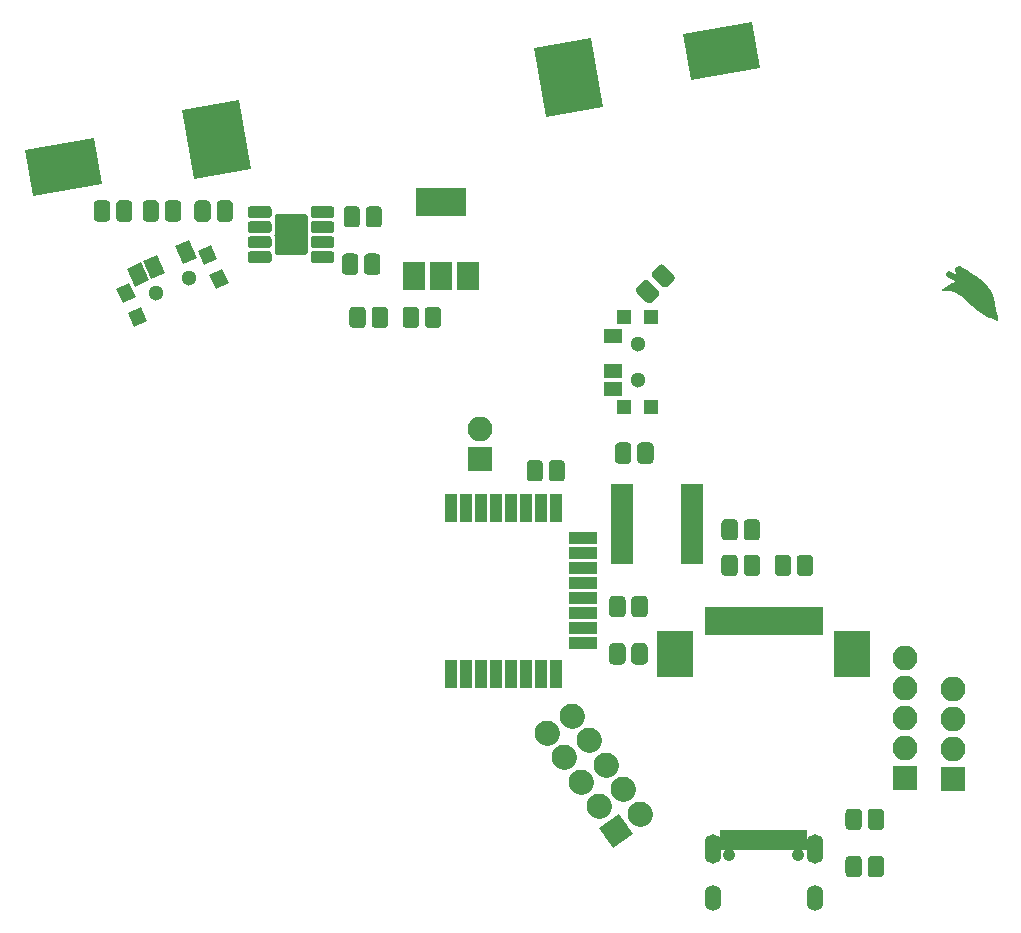
<source format=gbr>
G04 #@! TF.GenerationSoftware,KiCad,Pcbnew,5.1.2*
G04 #@! TF.CreationDate,2019-08-23T11:00:22-05:00*
G04 #@! TF.ProjectId,dragos,64726167-6f73-42e6-9b69-6361645f7063,rev?*
G04 #@! TF.SameCoordinates,Original*
G04 #@! TF.FileFunction,Soldermask,Bot*
G04 #@! TF.FilePolarity,Negative*
%FSLAX46Y46*%
G04 Gerber Fmt 4.6, Leading zero omitted, Abs format (unit mm)*
G04 Created by KiCad (PCBNEW 5.1.2) date 2019-08-23 11:00:22*
%MOMM*%
%LPD*%
G04 APERTURE LIST*
%ADD10C,0.010000*%
%ADD11C,3.900000*%
%ADD12C,0.100000*%
%ADD13C,4.900000*%
%ADD14C,1.375000*%
%ADD15R,2.100000X2.100000*%
%ADD16O,2.100000X2.100000*%
%ADD17C,2.100000*%
%ADD18C,2.100000*%
%ADD19R,1.010000X2.400000*%
%ADD20R,3.080000X4.000000*%
%ADD21O,1.400000X2.500000*%
%ADD22O,1.400000X2.200000*%
%ADD23R,0.650000X1.800000*%
%ADD24C,1.050000*%
%ADD25R,1.300000X1.200000*%
%ADD26R,1.650000X1.300000*%
%ADD27C,1.300000*%
%ADD28C,1.200000*%
%ADD29R,1.850000X0.850000*%
%ADD30R,4.200000X2.400000*%
%ADD31R,1.900000X2.400000*%
%ADD32C,2.810000*%
%ADD33C,1.000000*%
%ADD34R,1.100000X2.400000*%
%ADD35R,2.400000X1.100000*%
G04 APERTURE END LIST*
D10*
G36*
X178033358Y-80150063D02*
G01*
X178120003Y-80191700D01*
X178251037Y-80266816D01*
X178438156Y-80380374D01*
X178515055Y-80427652D01*
X178874670Y-80649968D01*
X179170545Y-80835416D01*
X179411724Y-80990381D01*
X179607249Y-81121248D01*
X179766165Y-81234404D01*
X179897516Y-81336232D01*
X180010346Y-81433119D01*
X180113698Y-81531449D01*
X180192023Y-81611652D01*
X180498327Y-81988569D01*
X180738557Y-82403183D01*
X180871507Y-82735833D01*
X180900631Y-82841432D01*
X180942344Y-83014090D01*
X180993033Y-83237766D01*
X181049086Y-83496418D01*
X181106891Y-83774004D01*
X181121718Y-83847083D01*
X181181455Y-84147161D01*
X181224365Y-84374039D01*
X181251679Y-84537236D01*
X181264630Y-84646271D01*
X181264451Y-84710662D01*
X181252373Y-84739929D01*
X181237916Y-84744622D01*
X181178124Y-84726525D01*
X181057885Y-84677480D01*
X180892592Y-84604181D01*
X180697635Y-84513323D01*
X180615988Y-84474140D01*
X180263526Y-84297767D01*
X179968979Y-84134642D01*
X179710531Y-83969538D01*
X179466363Y-83787225D01*
X179214658Y-83572475D01*
X178933598Y-83310058D01*
X178895137Y-83272973D01*
X178522622Y-82928010D01*
X178186937Y-82650069D01*
X177880979Y-82433795D01*
X177597648Y-82273833D01*
X177525497Y-82240221D01*
X177392076Y-82190569D01*
X177253587Y-82164288D01*
X177078290Y-82156686D01*
X176971250Y-82158308D01*
X176811328Y-82160262D01*
X176689916Y-82157414D01*
X176626722Y-82150392D01*
X176622000Y-82147180D01*
X176653885Y-82115003D01*
X176739395Y-82045633D01*
X176863313Y-81951162D01*
X176937701Y-81896263D01*
X177192837Y-81730152D01*
X177428281Y-81622489D01*
X177529181Y-81591060D01*
X177664134Y-81549478D01*
X177755951Y-81511358D01*
X177785350Y-81484754D01*
X177785047Y-81484189D01*
X177743009Y-81450507D01*
X177643592Y-81383013D01*
X177501894Y-81291666D01*
X177341734Y-81191779D01*
X177176169Y-81088057D01*
X177040943Y-80999573D01*
X176950270Y-80935893D01*
X176918334Y-80906875D01*
X176938612Y-80858258D01*
X176988972Y-80768313D01*
X177005470Y-80741171D01*
X177092606Y-80600182D01*
X177312386Y-80687855D01*
X177495458Y-80759447D01*
X177655520Y-80819413D01*
X177776425Y-80861945D01*
X177842025Y-80881238D01*
X177849209Y-80880872D01*
X177837779Y-80839119D01*
X177809009Y-80741675D01*
X177785709Y-80664355D01*
X177734937Y-80464346D01*
X177725974Y-80333729D01*
X177758941Y-80268205D01*
X177797150Y-80258334D01*
X177877398Y-80225341D01*
X177922788Y-80176422D01*
X177946447Y-80147386D01*
X177979404Y-80136946D01*
X178033358Y-80150063D01*
X178033358Y-80150063D01*
G37*
X178033358Y-80150063D02*
X178120003Y-80191700D01*
X178251037Y-80266816D01*
X178438156Y-80380374D01*
X178515055Y-80427652D01*
X178874670Y-80649968D01*
X179170545Y-80835416D01*
X179411724Y-80990381D01*
X179607249Y-81121248D01*
X179766165Y-81234404D01*
X179897516Y-81336232D01*
X180010346Y-81433119D01*
X180113698Y-81531449D01*
X180192023Y-81611652D01*
X180498327Y-81988569D01*
X180738557Y-82403183D01*
X180871507Y-82735833D01*
X180900631Y-82841432D01*
X180942344Y-83014090D01*
X180993033Y-83237766D01*
X181049086Y-83496418D01*
X181106891Y-83774004D01*
X181121718Y-83847083D01*
X181181455Y-84147161D01*
X181224365Y-84374039D01*
X181251679Y-84537236D01*
X181264630Y-84646271D01*
X181264451Y-84710662D01*
X181252373Y-84739929D01*
X181237916Y-84744622D01*
X181178124Y-84726525D01*
X181057885Y-84677480D01*
X180892592Y-84604181D01*
X180697635Y-84513323D01*
X180615988Y-84474140D01*
X180263526Y-84297767D01*
X179968979Y-84134642D01*
X179710531Y-83969538D01*
X179466363Y-83787225D01*
X179214658Y-83572475D01*
X178933598Y-83310058D01*
X178895137Y-83272973D01*
X178522622Y-82928010D01*
X178186937Y-82650069D01*
X177880979Y-82433795D01*
X177597648Y-82273833D01*
X177525497Y-82240221D01*
X177392076Y-82190569D01*
X177253587Y-82164288D01*
X177078290Y-82156686D01*
X176971250Y-82158308D01*
X176811328Y-82160262D01*
X176689916Y-82157414D01*
X176626722Y-82150392D01*
X176622000Y-82147180D01*
X176653885Y-82115003D01*
X176739395Y-82045633D01*
X176863313Y-81951162D01*
X176937701Y-81896263D01*
X177192837Y-81730152D01*
X177428281Y-81622489D01*
X177529181Y-81591060D01*
X177664134Y-81549478D01*
X177755951Y-81511358D01*
X177785350Y-81484754D01*
X177785047Y-81484189D01*
X177743009Y-81450507D01*
X177643592Y-81383013D01*
X177501894Y-81291666D01*
X177341734Y-81191779D01*
X177176169Y-81088057D01*
X177040943Y-80999573D01*
X176950270Y-80935893D01*
X176918334Y-80906875D01*
X176938612Y-80858258D01*
X176988972Y-80768313D01*
X177005470Y-80741171D01*
X177092606Y-80600182D01*
X177312386Y-80687855D01*
X177495458Y-80759447D01*
X177655520Y-80819413D01*
X177776425Y-80861945D01*
X177842025Y-80881238D01*
X177849209Y-80880872D01*
X177837779Y-80839119D01*
X177809009Y-80741675D01*
X177785709Y-80664355D01*
X177734937Y-80464346D01*
X177725974Y-80333729D01*
X177758941Y-80268205D01*
X177797150Y-80258334D01*
X177877398Y-80225341D01*
X177922788Y-80176422D01*
X177946447Y-80147386D01*
X177979404Y-80136946D01*
X178033358Y-80150063D01*
D11*
X102206040Y-71783753D03*
D12*
G36*
X99639471Y-74216390D02*
G01*
X98962243Y-70375640D01*
X104772609Y-69351116D01*
X105449837Y-73191866D01*
X99639471Y-74216390D01*
X99639471Y-74216390D01*
G37*
D11*
X157946158Y-61955267D03*
D12*
G36*
X155379589Y-64387904D02*
G01*
X154702361Y-60547154D01*
X160512727Y-59522630D01*
X161189955Y-63363380D01*
X155379589Y-64387904D01*
X155379589Y-64387904D01*
G37*
D13*
X115176541Y-69471318D03*
D12*
G36*
X113276024Y-72801939D02*
G01*
X112251500Y-66991573D01*
X117077058Y-66140697D01*
X118101582Y-71951063D01*
X113276024Y-72801939D01*
X113276024Y-72801939D01*
G37*
D13*
X145016215Y-64209779D03*
D12*
G36*
X143115698Y-67540400D02*
G01*
X142091174Y-61730034D01*
X146916732Y-60879158D01*
X147941256Y-66689524D01*
X143115698Y-67540400D01*
X143115698Y-67540400D01*
G37*
G36*
X163502443Y-104601655D02*
G01*
X163535812Y-104606605D01*
X163568535Y-104614802D01*
X163600297Y-104626166D01*
X163630793Y-104640590D01*
X163659727Y-104657932D01*
X163686823Y-104678028D01*
X163711818Y-104700682D01*
X163734472Y-104725677D01*
X163754568Y-104752773D01*
X163771910Y-104781707D01*
X163786334Y-104812203D01*
X163797698Y-104843965D01*
X163805895Y-104876688D01*
X163810845Y-104910057D01*
X163812500Y-104943750D01*
X163812500Y-106056250D01*
X163810845Y-106089943D01*
X163805895Y-106123312D01*
X163797698Y-106156035D01*
X163786334Y-106187797D01*
X163771910Y-106218293D01*
X163754568Y-106247227D01*
X163734472Y-106274323D01*
X163711818Y-106299318D01*
X163686823Y-106321972D01*
X163659727Y-106342068D01*
X163630793Y-106359410D01*
X163600297Y-106373834D01*
X163568535Y-106385198D01*
X163535812Y-106393395D01*
X163502443Y-106398345D01*
X163468750Y-106400000D01*
X162781250Y-106400000D01*
X162747557Y-106398345D01*
X162714188Y-106393395D01*
X162681465Y-106385198D01*
X162649703Y-106373834D01*
X162619207Y-106359410D01*
X162590273Y-106342068D01*
X162563177Y-106321972D01*
X162538182Y-106299318D01*
X162515528Y-106274323D01*
X162495432Y-106247227D01*
X162478090Y-106218293D01*
X162463666Y-106187797D01*
X162452302Y-106156035D01*
X162444105Y-106123312D01*
X162439155Y-106089943D01*
X162437500Y-106056250D01*
X162437500Y-104943750D01*
X162439155Y-104910057D01*
X162444105Y-104876688D01*
X162452302Y-104843965D01*
X162463666Y-104812203D01*
X162478090Y-104781707D01*
X162495432Y-104752773D01*
X162515528Y-104725677D01*
X162538182Y-104700682D01*
X162563177Y-104678028D01*
X162590273Y-104657932D01*
X162619207Y-104640590D01*
X162649703Y-104626166D01*
X162681465Y-104614802D01*
X162714188Y-104606605D01*
X162747557Y-104601655D01*
X162781250Y-104600000D01*
X163468750Y-104600000D01*
X163502443Y-104601655D01*
X163502443Y-104601655D01*
G37*
D14*
X163125000Y-105500000D03*
D12*
G36*
X165377443Y-104601655D02*
G01*
X165410812Y-104606605D01*
X165443535Y-104614802D01*
X165475297Y-104626166D01*
X165505793Y-104640590D01*
X165534727Y-104657932D01*
X165561823Y-104678028D01*
X165586818Y-104700682D01*
X165609472Y-104725677D01*
X165629568Y-104752773D01*
X165646910Y-104781707D01*
X165661334Y-104812203D01*
X165672698Y-104843965D01*
X165680895Y-104876688D01*
X165685845Y-104910057D01*
X165687500Y-104943750D01*
X165687500Y-106056250D01*
X165685845Y-106089943D01*
X165680895Y-106123312D01*
X165672698Y-106156035D01*
X165661334Y-106187797D01*
X165646910Y-106218293D01*
X165629568Y-106247227D01*
X165609472Y-106274323D01*
X165586818Y-106299318D01*
X165561823Y-106321972D01*
X165534727Y-106342068D01*
X165505793Y-106359410D01*
X165475297Y-106373834D01*
X165443535Y-106385198D01*
X165410812Y-106393395D01*
X165377443Y-106398345D01*
X165343750Y-106400000D01*
X164656250Y-106400000D01*
X164622557Y-106398345D01*
X164589188Y-106393395D01*
X164556465Y-106385198D01*
X164524703Y-106373834D01*
X164494207Y-106359410D01*
X164465273Y-106342068D01*
X164438177Y-106321972D01*
X164413182Y-106299318D01*
X164390528Y-106274323D01*
X164370432Y-106247227D01*
X164353090Y-106218293D01*
X164338666Y-106187797D01*
X164327302Y-106156035D01*
X164319105Y-106123312D01*
X164314155Y-106089943D01*
X164312500Y-106056250D01*
X164312500Y-104943750D01*
X164314155Y-104910057D01*
X164319105Y-104876688D01*
X164327302Y-104843965D01*
X164338666Y-104812203D01*
X164353090Y-104781707D01*
X164370432Y-104752773D01*
X164390528Y-104725677D01*
X164413182Y-104700682D01*
X164438177Y-104678028D01*
X164465273Y-104657932D01*
X164494207Y-104640590D01*
X164524703Y-104626166D01*
X164556465Y-104614802D01*
X164589188Y-104606605D01*
X164622557Y-104601655D01*
X164656250Y-104600000D01*
X165343750Y-104600000D01*
X165377443Y-104601655D01*
X165377443Y-104601655D01*
G37*
D14*
X165000000Y-105500000D03*
D12*
G36*
X160877443Y-104601655D02*
G01*
X160910812Y-104606605D01*
X160943535Y-104614802D01*
X160975297Y-104626166D01*
X161005793Y-104640590D01*
X161034727Y-104657932D01*
X161061823Y-104678028D01*
X161086818Y-104700682D01*
X161109472Y-104725677D01*
X161129568Y-104752773D01*
X161146910Y-104781707D01*
X161161334Y-104812203D01*
X161172698Y-104843965D01*
X161180895Y-104876688D01*
X161185845Y-104910057D01*
X161187500Y-104943750D01*
X161187500Y-106056250D01*
X161185845Y-106089943D01*
X161180895Y-106123312D01*
X161172698Y-106156035D01*
X161161334Y-106187797D01*
X161146910Y-106218293D01*
X161129568Y-106247227D01*
X161109472Y-106274323D01*
X161086818Y-106299318D01*
X161061823Y-106321972D01*
X161034727Y-106342068D01*
X161005793Y-106359410D01*
X160975297Y-106373834D01*
X160943535Y-106385198D01*
X160910812Y-106393395D01*
X160877443Y-106398345D01*
X160843750Y-106400000D01*
X160156250Y-106400000D01*
X160122557Y-106398345D01*
X160089188Y-106393395D01*
X160056465Y-106385198D01*
X160024703Y-106373834D01*
X159994207Y-106359410D01*
X159965273Y-106342068D01*
X159938177Y-106321972D01*
X159913182Y-106299318D01*
X159890528Y-106274323D01*
X159870432Y-106247227D01*
X159853090Y-106218293D01*
X159838666Y-106187797D01*
X159827302Y-106156035D01*
X159819105Y-106123312D01*
X159814155Y-106089943D01*
X159812500Y-106056250D01*
X159812500Y-104943750D01*
X159814155Y-104910057D01*
X159819105Y-104876688D01*
X159827302Y-104843965D01*
X159838666Y-104812203D01*
X159853090Y-104781707D01*
X159870432Y-104752773D01*
X159890528Y-104725677D01*
X159913182Y-104700682D01*
X159938177Y-104678028D01*
X159965273Y-104657932D01*
X159994207Y-104640590D01*
X160024703Y-104626166D01*
X160056465Y-104614802D01*
X160089188Y-104606605D01*
X160122557Y-104601655D01*
X160156250Y-104600000D01*
X160843750Y-104600000D01*
X160877443Y-104601655D01*
X160877443Y-104601655D01*
G37*
D14*
X160500000Y-105500000D03*
D12*
G36*
X159002443Y-104601655D02*
G01*
X159035812Y-104606605D01*
X159068535Y-104614802D01*
X159100297Y-104626166D01*
X159130793Y-104640590D01*
X159159727Y-104657932D01*
X159186823Y-104678028D01*
X159211818Y-104700682D01*
X159234472Y-104725677D01*
X159254568Y-104752773D01*
X159271910Y-104781707D01*
X159286334Y-104812203D01*
X159297698Y-104843965D01*
X159305895Y-104876688D01*
X159310845Y-104910057D01*
X159312500Y-104943750D01*
X159312500Y-106056250D01*
X159310845Y-106089943D01*
X159305895Y-106123312D01*
X159297698Y-106156035D01*
X159286334Y-106187797D01*
X159271910Y-106218293D01*
X159254568Y-106247227D01*
X159234472Y-106274323D01*
X159211818Y-106299318D01*
X159186823Y-106321972D01*
X159159727Y-106342068D01*
X159130793Y-106359410D01*
X159100297Y-106373834D01*
X159068535Y-106385198D01*
X159035812Y-106393395D01*
X159002443Y-106398345D01*
X158968750Y-106400000D01*
X158281250Y-106400000D01*
X158247557Y-106398345D01*
X158214188Y-106393395D01*
X158181465Y-106385198D01*
X158149703Y-106373834D01*
X158119207Y-106359410D01*
X158090273Y-106342068D01*
X158063177Y-106321972D01*
X158038182Y-106299318D01*
X158015528Y-106274323D01*
X157995432Y-106247227D01*
X157978090Y-106218293D01*
X157963666Y-106187797D01*
X157952302Y-106156035D01*
X157944105Y-106123312D01*
X157939155Y-106089943D01*
X157937500Y-106056250D01*
X157937500Y-104943750D01*
X157939155Y-104910057D01*
X157944105Y-104876688D01*
X157952302Y-104843965D01*
X157963666Y-104812203D01*
X157978090Y-104781707D01*
X157995432Y-104752773D01*
X158015528Y-104725677D01*
X158038182Y-104700682D01*
X158063177Y-104678028D01*
X158090273Y-104657932D01*
X158119207Y-104640590D01*
X158149703Y-104626166D01*
X158181465Y-104614802D01*
X158214188Y-104606605D01*
X158247557Y-104601655D01*
X158281250Y-104600000D01*
X158968750Y-104600000D01*
X159002443Y-104601655D01*
X159002443Y-104601655D01*
G37*
D14*
X158625000Y-105500000D03*
D12*
G36*
X159002443Y-101601655D02*
G01*
X159035812Y-101606605D01*
X159068535Y-101614802D01*
X159100297Y-101626166D01*
X159130793Y-101640590D01*
X159159727Y-101657932D01*
X159186823Y-101678028D01*
X159211818Y-101700682D01*
X159234472Y-101725677D01*
X159254568Y-101752773D01*
X159271910Y-101781707D01*
X159286334Y-101812203D01*
X159297698Y-101843965D01*
X159305895Y-101876688D01*
X159310845Y-101910057D01*
X159312500Y-101943750D01*
X159312500Y-103056250D01*
X159310845Y-103089943D01*
X159305895Y-103123312D01*
X159297698Y-103156035D01*
X159286334Y-103187797D01*
X159271910Y-103218293D01*
X159254568Y-103247227D01*
X159234472Y-103274323D01*
X159211818Y-103299318D01*
X159186823Y-103321972D01*
X159159727Y-103342068D01*
X159130793Y-103359410D01*
X159100297Y-103373834D01*
X159068535Y-103385198D01*
X159035812Y-103393395D01*
X159002443Y-103398345D01*
X158968750Y-103400000D01*
X158281250Y-103400000D01*
X158247557Y-103398345D01*
X158214188Y-103393395D01*
X158181465Y-103385198D01*
X158149703Y-103373834D01*
X158119207Y-103359410D01*
X158090273Y-103342068D01*
X158063177Y-103321972D01*
X158038182Y-103299318D01*
X158015528Y-103274323D01*
X157995432Y-103247227D01*
X157978090Y-103218293D01*
X157963666Y-103187797D01*
X157952302Y-103156035D01*
X157944105Y-103123312D01*
X157939155Y-103089943D01*
X157937500Y-103056250D01*
X157937500Y-101943750D01*
X157939155Y-101910057D01*
X157944105Y-101876688D01*
X157952302Y-101843965D01*
X157963666Y-101812203D01*
X157978090Y-101781707D01*
X157995432Y-101752773D01*
X158015528Y-101725677D01*
X158038182Y-101700682D01*
X158063177Y-101678028D01*
X158090273Y-101657932D01*
X158119207Y-101640590D01*
X158149703Y-101626166D01*
X158181465Y-101614802D01*
X158214188Y-101606605D01*
X158247557Y-101601655D01*
X158281250Y-101600000D01*
X158968750Y-101600000D01*
X159002443Y-101601655D01*
X159002443Y-101601655D01*
G37*
D14*
X158625000Y-102500000D03*
D12*
G36*
X160877443Y-101601655D02*
G01*
X160910812Y-101606605D01*
X160943535Y-101614802D01*
X160975297Y-101626166D01*
X161005793Y-101640590D01*
X161034727Y-101657932D01*
X161061823Y-101678028D01*
X161086818Y-101700682D01*
X161109472Y-101725677D01*
X161129568Y-101752773D01*
X161146910Y-101781707D01*
X161161334Y-101812203D01*
X161172698Y-101843965D01*
X161180895Y-101876688D01*
X161185845Y-101910057D01*
X161187500Y-101943750D01*
X161187500Y-103056250D01*
X161185845Y-103089943D01*
X161180895Y-103123312D01*
X161172698Y-103156035D01*
X161161334Y-103187797D01*
X161146910Y-103218293D01*
X161129568Y-103247227D01*
X161109472Y-103274323D01*
X161086818Y-103299318D01*
X161061823Y-103321972D01*
X161034727Y-103342068D01*
X161005793Y-103359410D01*
X160975297Y-103373834D01*
X160943535Y-103385198D01*
X160910812Y-103393395D01*
X160877443Y-103398345D01*
X160843750Y-103400000D01*
X160156250Y-103400000D01*
X160122557Y-103398345D01*
X160089188Y-103393395D01*
X160056465Y-103385198D01*
X160024703Y-103373834D01*
X159994207Y-103359410D01*
X159965273Y-103342068D01*
X159938177Y-103321972D01*
X159913182Y-103299318D01*
X159890528Y-103274323D01*
X159870432Y-103247227D01*
X159853090Y-103218293D01*
X159838666Y-103187797D01*
X159827302Y-103156035D01*
X159819105Y-103123312D01*
X159814155Y-103089943D01*
X159812500Y-103056250D01*
X159812500Y-101943750D01*
X159814155Y-101910057D01*
X159819105Y-101876688D01*
X159827302Y-101843965D01*
X159838666Y-101812203D01*
X159853090Y-101781707D01*
X159870432Y-101752773D01*
X159890528Y-101725677D01*
X159913182Y-101700682D01*
X159938177Y-101678028D01*
X159965273Y-101657932D01*
X159994207Y-101640590D01*
X160024703Y-101626166D01*
X160056465Y-101614802D01*
X160089188Y-101606605D01*
X160122557Y-101601655D01*
X160156250Y-101600000D01*
X160843750Y-101600000D01*
X160877443Y-101601655D01*
X160877443Y-101601655D01*
G37*
D14*
X160500000Y-102500000D03*
D12*
G36*
X144377443Y-96601655D02*
G01*
X144410812Y-96606605D01*
X144443535Y-96614802D01*
X144475297Y-96626166D01*
X144505793Y-96640590D01*
X144534727Y-96657932D01*
X144561823Y-96678028D01*
X144586818Y-96700682D01*
X144609472Y-96725677D01*
X144629568Y-96752773D01*
X144646910Y-96781707D01*
X144661334Y-96812203D01*
X144672698Y-96843965D01*
X144680895Y-96876688D01*
X144685845Y-96910057D01*
X144687500Y-96943750D01*
X144687500Y-98056250D01*
X144685845Y-98089943D01*
X144680895Y-98123312D01*
X144672698Y-98156035D01*
X144661334Y-98187797D01*
X144646910Y-98218293D01*
X144629568Y-98247227D01*
X144609472Y-98274323D01*
X144586818Y-98299318D01*
X144561823Y-98321972D01*
X144534727Y-98342068D01*
X144505793Y-98359410D01*
X144475297Y-98373834D01*
X144443535Y-98385198D01*
X144410812Y-98393395D01*
X144377443Y-98398345D01*
X144343750Y-98400000D01*
X143656250Y-98400000D01*
X143622557Y-98398345D01*
X143589188Y-98393395D01*
X143556465Y-98385198D01*
X143524703Y-98373834D01*
X143494207Y-98359410D01*
X143465273Y-98342068D01*
X143438177Y-98321972D01*
X143413182Y-98299318D01*
X143390528Y-98274323D01*
X143370432Y-98247227D01*
X143353090Y-98218293D01*
X143338666Y-98187797D01*
X143327302Y-98156035D01*
X143319105Y-98123312D01*
X143314155Y-98089943D01*
X143312500Y-98056250D01*
X143312500Y-96943750D01*
X143314155Y-96910057D01*
X143319105Y-96876688D01*
X143327302Y-96843965D01*
X143338666Y-96812203D01*
X143353090Y-96781707D01*
X143370432Y-96752773D01*
X143390528Y-96725677D01*
X143413182Y-96700682D01*
X143438177Y-96678028D01*
X143465273Y-96657932D01*
X143494207Y-96640590D01*
X143524703Y-96626166D01*
X143556465Y-96614802D01*
X143589188Y-96606605D01*
X143622557Y-96601655D01*
X143656250Y-96600000D01*
X144343750Y-96600000D01*
X144377443Y-96601655D01*
X144377443Y-96601655D01*
G37*
D14*
X144000000Y-97500000D03*
D12*
G36*
X142502443Y-96601655D02*
G01*
X142535812Y-96606605D01*
X142568535Y-96614802D01*
X142600297Y-96626166D01*
X142630793Y-96640590D01*
X142659727Y-96657932D01*
X142686823Y-96678028D01*
X142711818Y-96700682D01*
X142734472Y-96725677D01*
X142754568Y-96752773D01*
X142771910Y-96781707D01*
X142786334Y-96812203D01*
X142797698Y-96843965D01*
X142805895Y-96876688D01*
X142810845Y-96910057D01*
X142812500Y-96943750D01*
X142812500Y-98056250D01*
X142810845Y-98089943D01*
X142805895Y-98123312D01*
X142797698Y-98156035D01*
X142786334Y-98187797D01*
X142771910Y-98218293D01*
X142754568Y-98247227D01*
X142734472Y-98274323D01*
X142711818Y-98299318D01*
X142686823Y-98321972D01*
X142659727Y-98342068D01*
X142630793Y-98359410D01*
X142600297Y-98373834D01*
X142568535Y-98385198D01*
X142535812Y-98393395D01*
X142502443Y-98398345D01*
X142468750Y-98400000D01*
X141781250Y-98400000D01*
X141747557Y-98398345D01*
X141714188Y-98393395D01*
X141681465Y-98385198D01*
X141649703Y-98373834D01*
X141619207Y-98359410D01*
X141590273Y-98342068D01*
X141563177Y-98321972D01*
X141538182Y-98299318D01*
X141515528Y-98274323D01*
X141495432Y-98247227D01*
X141478090Y-98218293D01*
X141463666Y-98187797D01*
X141452302Y-98156035D01*
X141444105Y-98123312D01*
X141439155Y-98089943D01*
X141437500Y-98056250D01*
X141437500Y-96943750D01*
X141439155Y-96910057D01*
X141444105Y-96876688D01*
X141452302Y-96843965D01*
X141463666Y-96812203D01*
X141478090Y-96781707D01*
X141495432Y-96752773D01*
X141515528Y-96725677D01*
X141538182Y-96700682D01*
X141563177Y-96678028D01*
X141590273Y-96657932D01*
X141619207Y-96640590D01*
X141649703Y-96626166D01*
X141681465Y-96614802D01*
X141714188Y-96606605D01*
X141747557Y-96601655D01*
X141781250Y-96600000D01*
X142468750Y-96600000D01*
X142502443Y-96601655D01*
X142502443Y-96601655D01*
G37*
D14*
X142125000Y-97500000D03*
D12*
G36*
X150002443Y-95101655D02*
G01*
X150035812Y-95106605D01*
X150068535Y-95114802D01*
X150100297Y-95126166D01*
X150130793Y-95140590D01*
X150159727Y-95157932D01*
X150186823Y-95178028D01*
X150211818Y-95200682D01*
X150234472Y-95225677D01*
X150254568Y-95252773D01*
X150271910Y-95281707D01*
X150286334Y-95312203D01*
X150297698Y-95343965D01*
X150305895Y-95376688D01*
X150310845Y-95410057D01*
X150312500Y-95443750D01*
X150312500Y-96556250D01*
X150310845Y-96589943D01*
X150305895Y-96623312D01*
X150297698Y-96656035D01*
X150286334Y-96687797D01*
X150271910Y-96718293D01*
X150254568Y-96747227D01*
X150234472Y-96774323D01*
X150211818Y-96799318D01*
X150186823Y-96821972D01*
X150159727Y-96842068D01*
X150130793Y-96859410D01*
X150100297Y-96873834D01*
X150068535Y-96885198D01*
X150035812Y-96893395D01*
X150002443Y-96898345D01*
X149968750Y-96900000D01*
X149281250Y-96900000D01*
X149247557Y-96898345D01*
X149214188Y-96893395D01*
X149181465Y-96885198D01*
X149149703Y-96873834D01*
X149119207Y-96859410D01*
X149090273Y-96842068D01*
X149063177Y-96821972D01*
X149038182Y-96799318D01*
X149015528Y-96774323D01*
X148995432Y-96747227D01*
X148978090Y-96718293D01*
X148963666Y-96687797D01*
X148952302Y-96656035D01*
X148944105Y-96623312D01*
X148939155Y-96589943D01*
X148937500Y-96556250D01*
X148937500Y-95443750D01*
X148939155Y-95410057D01*
X148944105Y-95376688D01*
X148952302Y-95343965D01*
X148963666Y-95312203D01*
X148978090Y-95281707D01*
X148995432Y-95252773D01*
X149015528Y-95225677D01*
X149038182Y-95200682D01*
X149063177Y-95178028D01*
X149090273Y-95157932D01*
X149119207Y-95140590D01*
X149149703Y-95126166D01*
X149181465Y-95114802D01*
X149214188Y-95106605D01*
X149247557Y-95101655D01*
X149281250Y-95100000D01*
X149968750Y-95100000D01*
X150002443Y-95101655D01*
X150002443Y-95101655D01*
G37*
D14*
X149625000Y-96000000D03*
D12*
G36*
X151877443Y-95101655D02*
G01*
X151910812Y-95106605D01*
X151943535Y-95114802D01*
X151975297Y-95126166D01*
X152005793Y-95140590D01*
X152034727Y-95157932D01*
X152061823Y-95178028D01*
X152086818Y-95200682D01*
X152109472Y-95225677D01*
X152129568Y-95252773D01*
X152146910Y-95281707D01*
X152161334Y-95312203D01*
X152172698Y-95343965D01*
X152180895Y-95376688D01*
X152185845Y-95410057D01*
X152187500Y-95443750D01*
X152187500Y-96556250D01*
X152185845Y-96589943D01*
X152180895Y-96623312D01*
X152172698Y-96656035D01*
X152161334Y-96687797D01*
X152146910Y-96718293D01*
X152129568Y-96747227D01*
X152109472Y-96774323D01*
X152086818Y-96799318D01*
X152061823Y-96821972D01*
X152034727Y-96842068D01*
X152005793Y-96859410D01*
X151975297Y-96873834D01*
X151943535Y-96885198D01*
X151910812Y-96893395D01*
X151877443Y-96898345D01*
X151843750Y-96900000D01*
X151156250Y-96900000D01*
X151122557Y-96898345D01*
X151089188Y-96893395D01*
X151056465Y-96885198D01*
X151024703Y-96873834D01*
X150994207Y-96859410D01*
X150965273Y-96842068D01*
X150938177Y-96821972D01*
X150913182Y-96799318D01*
X150890528Y-96774323D01*
X150870432Y-96747227D01*
X150853090Y-96718293D01*
X150838666Y-96687797D01*
X150827302Y-96656035D01*
X150819105Y-96623312D01*
X150814155Y-96589943D01*
X150812500Y-96556250D01*
X150812500Y-95443750D01*
X150814155Y-95410057D01*
X150819105Y-95376688D01*
X150827302Y-95343965D01*
X150838666Y-95312203D01*
X150853090Y-95281707D01*
X150870432Y-95252773D01*
X150890528Y-95225677D01*
X150913182Y-95200682D01*
X150938177Y-95178028D01*
X150965273Y-95157932D01*
X150994207Y-95140590D01*
X151024703Y-95126166D01*
X151056465Y-95114802D01*
X151089188Y-95106605D01*
X151122557Y-95101655D01*
X151156250Y-95100000D01*
X151843750Y-95100000D01*
X151877443Y-95101655D01*
X151877443Y-95101655D01*
G37*
D14*
X151500000Y-96000000D03*
D12*
G36*
X128752443Y-79101655D02*
G01*
X128785812Y-79106605D01*
X128818535Y-79114802D01*
X128850297Y-79126166D01*
X128880793Y-79140590D01*
X128909727Y-79157932D01*
X128936823Y-79178028D01*
X128961818Y-79200682D01*
X128984472Y-79225677D01*
X129004568Y-79252773D01*
X129021910Y-79281707D01*
X129036334Y-79312203D01*
X129047698Y-79343965D01*
X129055895Y-79376688D01*
X129060845Y-79410057D01*
X129062500Y-79443750D01*
X129062500Y-80556250D01*
X129060845Y-80589943D01*
X129055895Y-80623312D01*
X129047698Y-80656035D01*
X129036334Y-80687797D01*
X129021910Y-80718293D01*
X129004568Y-80747227D01*
X128984472Y-80774323D01*
X128961818Y-80799318D01*
X128936823Y-80821972D01*
X128909727Y-80842068D01*
X128880793Y-80859410D01*
X128850297Y-80873834D01*
X128818535Y-80885198D01*
X128785812Y-80893395D01*
X128752443Y-80898345D01*
X128718750Y-80900000D01*
X128031250Y-80900000D01*
X127997557Y-80898345D01*
X127964188Y-80893395D01*
X127931465Y-80885198D01*
X127899703Y-80873834D01*
X127869207Y-80859410D01*
X127840273Y-80842068D01*
X127813177Y-80821972D01*
X127788182Y-80799318D01*
X127765528Y-80774323D01*
X127745432Y-80747227D01*
X127728090Y-80718293D01*
X127713666Y-80687797D01*
X127702302Y-80656035D01*
X127694105Y-80623312D01*
X127689155Y-80589943D01*
X127687500Y-80556250D01*
X127687500Y-79443750D01*
X127689155Y-79410057D01*
X127694105Y-79376688D01*
X127702302Y-79343965D01*
X127713666Y-79312203D01*
X127728090Y-79281707D01*
X127745432Y-79252773D01*
X127765528Y-79225677D01*
X127788182Y-79200682D01*
X127813177Y-79178028D01*
X127840273Y-79157932D01*
X127869207Y-79140590D01*
X127899703Y-79126166D01*
X127931465Y-79114802D01*
X127964188Y-79106605D01*
X127997557Y-79101655D01*
X128031250Y-79100000D01*
X128718750Y-79100000D01*
X128752443Y-79101655D01*
X128752443Y-79101655D01*
G37*
D14*
X128375000Y-80000000D03*
D12*
G36*
X126877443Y-79101655D02*
G01*
X126910812Y-79106605D01*
X126943535Y-79114802D01*
X126975297Y-79126166D01*
X127005793Y-79140590D01*
X127034727Y-79157932D01*
X127061823Y-79178028D01*
X127086818Y-79200682D01*
X127109472Y-79225677D01*
X127129568Y-79252773D01*
X127146910Y-79281707D01*
X127161334Y-79312203D01*
X127172698Y-79343965D01*
X127180895Y-79376688D01*
X127185845Y-79410057D01*
X127187500Y-79443750D01*
X127187500Y-80556250D01*
X127185845Y-80589943D01*
X127180895Y-80623312D01*
X127172698Y-80656035D01*
X127161334Y-80687797D01*
X127146910Y-80718293D01*
X127129568Y-80747227D01*
X127109472Y-80774323D01*
X127086818Y-80799318D01*
X127061823Y-80821972D01*
X127034727Y-80842068D01*
X127005793Y-80859410D01*
X126975297Y-80873834D01*
X126943535Y-80885198D01*
X126910812Y-80893395D01*
X126877443Y-80898345D01*
X126843750Y-80900000D01*
X126156250Y-80900000D01*
X126122557Y-80898345D01*
X126089188Y-80893395D01*
X126056465Y-80885198D01*
X126024703Y-80873834D01*
X125994207Y-80859410D01*
X125965273Y-80842068D01*
X125938177Y-80821972D01*
X125913182Y-80799318D01*
X125890528Y-80774323D01*
X125870432Y-80747227D01*
X125853090Y-80718293D01*
X125838666Y-80687797D01*
X125827302Y-80656035D01*
X125819105Y-80623312D01*
X125814155Y-80589943D01*
X125812500Y-80556250D01*
X125812500Y-79443750D01*
X125814155Y-79410057D01*
X125819105Y-79376688D01*
X125827302Y-79343965D01*
X125838666Y-79312203D01*
X125853090Y-79281707D01*
X125870432Y-79252773D01*
X125890528Y-79225677D01*
X125913182Y-79200682D01*
X125938177Y-79178028D01*
X125965273Y-79157932D01*
X125994207Y-79140590D01*
X126024703Y-79126166D01*
X126056465Y-79114802D01*
X126089188Y-79106605D01*
X126122557Y-79101655D01*
X126156250Y-79100000D01*
X126843750Y-79100000D01*
X126877443Y-79101655D01*
X126877443Y-79101655D01*
G37*
D14*
X126500000Y-80000000D03*
D12*
G36*
X127002443Y-75101655D02*
G01*
X127035812Y-75106605D01*
X127068535Y-75114802D01*
X127100297Y-75126166D01*
X127130793Y-75140590D01*
X127159727Y-75157932D01*
X127186823Y-75178028D01*
X127211818Y-75200682D01*
X127234472Y-75225677D01*
X127254568Y-75252773D01*
X127271910Y-75281707D01*
X127286334Y-75312203D01*
X127297698Y-75343965D01*
X127305895Y-75376688D01*
X127310845Y-75410057D01*
X127312500Y-75443750D01*
X127312500Y-76556250D01*
X127310845Y-76589943D01*
X127305895Y-76623312D01*
X127297698Y-76656035D01*
X127286334Y-76687797D01*
X127271910Y-76718293D01*
X127254568Y-76747227D01*
X127234472Y-76774323D01*
X127211818Y-76799318D01*
X127186823Y-76821972D01*
X127159727Y-76842068D01*
X127130793Y-76859410D01*
X127100297Y-76873834D01*
X127068535Y-76885198D01*
X127035812Y-76893395D01*
X127002443Y-76898345D01*
X126968750Y-76900000D01*
X126281250Y-76900000D01*
X126247557Y-76898345D01*
X126214188Y-76893395D01*
X126181465Y-76885198D01*
X126149703Y-76873834D01*
X126119207Y-76859410D01*
X126090273Y-76842068D01*
X126063177Y-76821972D01*
X126038182Y-76799318D01*
X126015528Y-76774323D01*
X125995432Y-76747227D01*
X125978090Y-76718293D01*
X125963666Y-76687797D01*
X125952302Y-76656035D01*
X125944105Y-76623312D01*
X125939155Y-76589943D01*
X125937500Y-76556250D01*
X125937500Y-75443750D01*
X125939155Y-75410057D01*
X125944105Y-75376688D01*
X125952302Y-75343965D01*
X125963666Y-75312203D01*
X125978090Y-75281707D01*
X125995432Y-75252773D01*
X126015528Y-75225677D01*
X126038182Y-75200682D01*
X126063177Y-75178028D01*
X126090273Y-75157932D01*
X126119207Y-75140590D01*
X126149703Y-75126166D01*
X126181465Y-75114802D01*
X126214188Y-75106605D01*
X126247557Y-75101655D01*
X126281250Y-75100000D01*
X126968750Y-75100000D01*
X127002443Y-75101655D01*
X127002443Y-75101655D01*
G37*
D14*
X126625000Y-76000000D03*
D12*
G36*
X128877443Y-75101655D02*
G01*
X128910812Y-75106605D01*
X128943535Y-75114802D01*
X128975297Y-75126166D01*
X129005793Y-75140590D01*
X129034727Y-75157932D01*
X129061823Y-75178028D01*
X129086818Y-75200682D01*
X129109472Y-75225677D01*
X129129568Y-75252773D01*
X129146910Y-75281707D01*
X129161334Y-75312203D01*
X129172698Y-75343965D01*
X129180895Y-75376688D01*
X129185845Y-75410057D01*
X129187500Y-75443750D01*
X129187500Y-76556250D01*
X129185845Y-76589943D01*
X129180895Y-76623312D01*
X129172698Y-76656035D01*
X129161334Y-76687797D01*
X129146910Y-76718293D01*
X129129568Y-76747227D01*
X129109472Y-76774323D01*
X129086818Y-76799318D01*
X129061823Y-76821972D01*
X129034727Y-76842068D01*
X129005793Y-76859410D01*
X128975297Y-76873834D01*
X128943535Y-76885198D01*
X128910812Y-76893395D01*
X128877443Y-76898345D01*
X128843750Y-76900000D01*
X128156250Y-76900000D01*
X128122557Y-76898345D01*
X128089188Y-76893395D01*
X128056465Y-76885198D01*
X128024703Y-76873834D01*
X127994207Y-76859410D01*
X127965273Y-76842068D01*
X127938177Y-76821972D01*
X127913182Y-76799318D01*
X127890528Y-76774323D01*
X127870432Y-76747227D01*
X127853090Y-76718293D01*
X127838666Y-76687797D01*
X127827302Y-76656035D01*
X127819105Y-76623312D01*
X127814155Y-76589943D01*
X127812500Y-76556250D01*
X127812500Y-75443750D01*
X127814155Y-75410057D01*
X127819105Y-75376688D01*
X127827302Y-75343965D01*
X127838666Y-75312203D01*
X127853090Y-75281707D01*
X127870432Y-75252773D01*
X127890528Y-75225677D01*
X127913182Y-75200682D01*
X127938177Y-75178028D01*
X127965273Y-75157932D01*
X127994207Y-75140590D01*
X128024703Y-75126166D01*
X128056465Y-75114802D01*
X128089188Y-75106605D01*
X128122557Y-75101655D01*
X128156250Y-75100000D01*
X128843750Y-75100000D01*
X128877443Y-75101655D01*
X128877443Y-75101655D01*
G37*
D14*
X128500000Y-76000000D03*
D12*
G36*
X129377443Y-83601655D02*
G01*
X129410812Y-83606605D01*
X129443535Y-83614802D01*
X129475297Y-83626166D01*
X129505793Y-83640590D01*
X129534727Y-83657932D01*
X129561823Y-83678028D01*
X129586818Y-83700682D01*
X129609472Y-83725677D01*
X129629568Y-83752773D01*
X129646910Y-83781707D01*
X129661334Y-83812203D01*
X129672698Y-83843965D01*
X129680895Y-83876688D01*
X129685845Y-83910057D01*
X129687500Y-83943750D01*
X129687500Y-85056250D01*
X129685845Y-85089943D01*
X129680895Y-85123312D01*
X129672698Y-85156035D01*
X129661334Y-85187797D01*
X129646910Y-85218293D01*
X129629568Y-85247227D01*
X129609472Y-85274323D01*
X129586818Y-85299318D01*
X129561823Y-85321972D01*
X129534727Y-85342068D01*
X129505793Y-85359410D01*
X129475297Y-85373834D01*
X129443535Y-85385198D01*
X129410812Y-85393395D01*
X129377443Y-85398345D01*
X129343750Y-85400000D01*
X128656250Y-85400000D01*
X128622557Y-85398345D01*
X128589188Y-85393395D01*
X128556465Y-85385198D01*
X128524703Y-85373834D01*
X128494207Y-85359410D01*
X128465273Y-85342068D01*
X128438177Y-85321972D01*
X128413182Y-85299318D01*
X128390528Y-85274323D01*
X128370432Y-85247227D01*
X128353090Y-85218293D01*
X128338666Y-85187797D01*
X128327302Y-85156035D01*
X128319105Y-85123312D01*
X128314155Y-85089943D01*
X128312500Y-85056250D01*
X128312500Y-83943750D01*
X128314155Y-83910057D01*
X128319105Y-83876688D01*
X128327302Y-83843965D01*
X128338666Y-83812203D01*
X128353090Y-83781707D01*
X128370432Y-83752773D01*
X128390528Y-83725677D01*
X128413182Y-83700682D01*
X128438177Y-83678028D01*
X128465273Y-83657932D01*
X128494207Y-83640590D01*
X128524703Y-83626166D01*
X128556465Y-83614802D01*
X128589188Y-83606605D01*
X128622557Y-83601655D01*
X128656250Y-83600000D01*
X129343750Y-83600000D01*
X129377443Y-83601655D01*
X129377443Y-83601655D01*
G37*
D14*
X129000000Y-84500000D03*
D12*
G36*
X127502443Y-83601655D02*
G01*
X127535812Y-83606605D01*
X127568535Y-83614802D01*
X127600297Y-83626166D01*
X127630793Y-83640590D01*
X127659727Y-83657932D01*
X127686823Y-83678028D01*
X127711818Y-83700682D01*
X127734472Y-83725677D01*
X127754568Y-83752773D01*
X127771910Y-83781707D01*
X127786334Y-83812203D01*
X127797698Y-83843965D01*
X127805895Y-83876688D01*
X127810845Y-83910057D01*
X127812500Y-83943750D01*
X127812500Y-85056250D01*
X127810845Y-85089943D01*
X127805895Y-85123312D01*
X127797698Y-85156035D01*
X127786334Y-85187797D01*
X127771910Y-85218293D01*
X127754568Y-85247227D01*
X127734472Y-85274323D01*
X127711818Y-85299318D01*
X127686823Y-85321972D01*
X127659727Y-85342068D01*
X127630793Y-85359410D01*
X127600297Y-85373834D01*
X127568535Y-85385198D01*
X127535812Y-85393395D01*
X127502443Y-85398345D01*
X127468750Y-85400000D01*
X126781250Y-85400000D01*
X126747557Y-85398345D01*
X126714188Y-85393395D01*
X126681465Y-85385198D01*
X126649703Y-85373834D01*
X126619207Y-85359410D01*
X126590273Y-85342068D01*
X126563177Y-85321972D01*
X126538182Y-85299318D01*
X126515528Y-85274323D01*
X126495432Y-85247227D01*
X126478090Y-85218293D01*
X126463666Y-85187797D01*
X126452302Y-85156035D01*
X126444105Y-85123312D01*
X126439155Y-85089943D01*
X126437500Y-85056250D01*
X126437500Y-83943750D01*
X126439155Y-83910057D01*
X126444105Y-83876688D01*
X126452302Y-83843965D01*
X126463666Y-83812203D01*
X126478090Y-83781707D01*
X126495432Y-83752773D01*
X126515528Y-83725677D01*
X126538182Y-83700682D01*
X126563177Y-83678028D01*
X126590273Y-83657932D01*
X126619207Y-83640590D01*
X126649703Y-83626166D01*
X126681465Y-83614802D01*
X126714188Y-83606605D01*
X126747557Y-83601655D01*
X126781250Y-83600000D01*
X127468750Y-83600000D01*
X127502443Y-83601655D01*
X127502443Y-83601655D01*
G37*
D14*
X127125000Y-84500000D03*
D12*
G36*
X132002443Y-83601655D02*
G01*
X132035812Y-83606605D01*
X132068535Y-83614802D01*
X132100297Y-83626166D01*
X132130793Y-83640590D01*
X132159727Y-83657932D01*
X132186823Y-83678028D01*
X132211818Y-83700682D01*
X132234472Y-83725677D01*
X132254568Y-83752773D01*
X132271910Y-83781707D01*
X132286334Y-83812203D01*
X132297698Y-83843965D01*
X132305895Y-83876688D01*
X132310845Y-83910057D01*
X132312500Y-83943750D01*
X132312500Y-85056250D01*
X132310845Y-85089943D01*
X132305895Y-85123312D01*
X132297698Y-85156035D01*
X132286334Y-85187797D01*
X132271910Y-85218293D01*
X132254568Y-85247227D01*
X132234472Y-85274323D01*
X132211818Y-85299318D01*
X132186823Y-85321972D01*
X132159727Y-85342068D01*
X132130793Y-85359410D01*
X132100297Y-85373834D01*
X132068535Y-85385198D01*
X132035812Y-85393395D01*
X132002443Y-85398345D01*
X131968750Y-85400000D01*
X131281250Y-85400000D01*
X131247557Y-85398345D01*
X131214188Y-85393395D01*
X131181465Y-85385198D01*
X131149703Y-85373834D01*
X131119207Y-85359410D01*
X131090273Y-85342068D01*
X131063177Y-85321972D01*
X131038182Y-85299318D01*
X131015528Y-85274323D01*
X130995432Y-85247227D01*
X130978090Y-85218293D01*
X130963666Y-85187797D01*
X130952302Y-85156035D01*
X130944105Y-85123312D01*
X130939155Y-85089943D01*
X130937500Y-85056250D01*
X130937500Y-83943750D01*
X130939155Y-83910057D01*
X130944105Y-83876688D01*
X130952302Y-83843965D01*
X130963666Y-83812203D01*
X130978090Y-83781707D01*
X130995432Y-83752773D01*
X131015528Y-83725677D01*
X131038182Y-83700682D01*
X131063177Y-83678028D01*
X131090273Y-83657932D01*
X131119207Y-83640590D01*
X131149703Y-83626166D01*
X131181465Y-83614802D01*
X131214188Y-83606605D01*
X131247557Y-83601655D01*
X131281250Y-83600000D01*
X131968750Y-83600000D01*
X132002443Y-83601655D01*
X132002443Y-83601655D01*
G37*
D14*
X131625000Y-84500000D03*
D12*
G36*
X133877443Y-83601655D02*
G01*
X133910812Y-83606605D01*
X133943535Y-83614802D01*
X133975297Y-83626166D01*
X134005793Y-83640590D01*
X134034727Y-83657932D01*
X134061823Y-83678028D01*
X134086818Y-83700682D01*
X134109472Y-83725677D01*
X134129568Y-83752773D01*
X134146910Y-83781707D01*
X134161334Y-83812203D01*
X134172698Y-83843965D01*
X134180895Y-83876688D01*
X134185845Y-83910057D01*
X134187500Y-83943750D01*
X134187500Y-85056250D01*
X134185845Y-85089943D01*
X134180895Y-85123312D01*
X134172698Y-85156035D01*
X134161334Y-85187797D01*
X134146910Y-85218293D01*
X134129568Y-85247227D01*
X134109472Y-85274323D01*
X134086818Y-85299318D01*
X134061823Y-85321972D01*
X134034727Y-85342068D01*
X134005793Y-85359410D01*
X133975297Y-85373834D01*
X133943535Y-85385198D01*
X133910812Y-85393395D01*
X133877443Y-85398345D01*
X133843750Y-85400000D01*
X133156250Y-85400000D01*
X133122557Y-85398345D01*
X133089188Y-85393395D01*
X133056465Y-85385198D01*
X133024703Y-85373834D01*
X132994207Y-85359410D01*
X132965273Y-85342068D01*
X132938177Y-85321972D01*
X132913182Y-85299318D01*
X132890528Y-85274323D01*
X132870432Y-85247227D01*
X132853090Y-85218293D01*
X132838666Y-85187797D01*
X132827302Y-85156035D01*
X132819105Y-85123312D01*
X132814155Y-85089943D01*
X132812500Y-85056250D01*
X132812500Y-83943750D01*
X132814155Y-83910057D01*
X132819105Y-83876688D01*
X132827302Y-83843965D01*
X132838666Y-83812203D01*
X132853090Y-83781707D01*
X132870432Y-83752773D01*
X132890528Y-83725677D01*
X132913182Y-83700682D01*
X132938177Y-83678028D01*
X132965273Y-83657932D01*
X132994207Y-83640590D01*
X133024703Y-83626166D01*
X133056465Y-83614802D01*
X133089188Y-83606605D01*
X133122557Y-83601655D01*
X133156250Y-83600000D01*
X133843750Y-83600000D01*
X133877443Y-83601655D01*
X133877443Y-83601655D01*
G37*
D14*
X133500000Y-84500000D03*
D15*
X137500000Y-96500000D03*
D16*
X137500000Y-93960000D03*
D15*
X173500000Y-123500000D03*
D16*
X173500000Y-120960000D03*
X173500000Y-118420000D03*
X173500000Y-115880000D03*
X173500000Y-113340000D03*
D17*
X149000000Y-128000000D03*
D12*
G36*
X148742146Y-129462365D02*
G01*
X147537635Y-127742146D01*
X149257854Y-126537635D01*
X150462365Y-128257854D01*
X148742146Y-129462365D01*
X148742146Y-129462365D01*
G37*
D17*
X151080646Y-126543116D03*
D18*
X151080646Y-126543116D02*
X151080646Y-126543116D01*
D17*
X147543116Y-125919354D03*
D18*
X147543116Y-125919354D02*
X147543116Y-125919354D01*
D17*
X149623762Y-124462470D03*
D18*
X149623762Y-124462470D02*
X149623762Y-124462470D01*
D17*
X146086232Y-123838708D03*
D18*
X146086232Y-123838708D02*
X146086232Y-123838708D01*
D17*
X148166878Y-122381823D03*
D18*
X148166878Y-122381823D02*
X148166878Y-122381823D01*
D17*
X144629348Y-121758061D03*
D18*
X144629348Y-121758061D02*
X144629348Y-121758061D01*
D17*
X146709994Y-120301177D03*
D18*
X146709994Y-120301177D02*
X146709994Y-120301177D01*
D17*
X143172463Y-119677415D03*
D18*
X143172463Y-119677415D02*
X143172463Y-119677415D01*
D17*
X145253110Y-118220531D03*
D18*
X145253110Y-118220531D02*
X145253110Y-118220531D01*
D15*
X177500000Y-123580000D03*
D16*
X177500000Y-121040000D03*
X177500000Y-118500000D03*
X177500000Y-115960000D03*
D19*
X166010000Y-110200000D03*
X165010000Y-110200000D03*
X164010000Y-110200000D03*
X163010000Y-110200000D03*
X162010000Y-110200000D03*
X161010000Y-110200000D03*
X160010000Y-110200000D03*
X159010000Y-110200000D03*
X158010000Y-110200000D03*
X157010000Y-110200000D03*
D20*
X169000000Y-113000000D03*
X154020000Y-113000000D03*
D21*
X165820000Y-129500000D03*
X157180000Y-129500000D03*
D22*
X165820000Y-133650000D03*
X157180000Y-133650000D03*
D23*
X161250000Y-128800000D03*
X161750000Y-128800000D03*
X162250000Y-128800000D03*
X160750000Y-128800000D03*
X160250000Y-128800000D03*
X162750000Y-128800000D03*
X159750000Y-128800000D03*
X163250000Y-128800000D03*
X164825000Y-128800000D03*
X164575000Y-128800000D03*
X164025000Y-128800000D03*
X163775000Y-128800000D03*
X159225000Y-128800000D03*
X158975000Y-128800000D03*
X158425000Y-128800000D03*
X158175000Y-128800000D03*
D24*
X158610000Y-130000000D03*
X164390000Y-130000000D03*
D12*
G36*
X169502443Y-126101655D02*
G01*
X169535812Y-126106605D01*
X169568535Y-126114802D01*
X169600297Y-126126166D01*
X169630793Y-126140590D01*
X169659727Y-126157932D01*
X169686823Y-126178028D01*
X169711818Y-126200682D01*
X169734472Y-126225677D01*
X169754568Y-126252773D01*
X169771910Y-126281707D01*
X169786334Y-126312203D01*
X169797698Y-126343965D01*
X169805895Y-126376688D01*
X169810845Y-126410057D01*
X169812500Y-126443750D01*
X169812500Y-127556250D01*
X169810845Y-127589943D01*
X169805895Y-127623312D01*
X169797698Y-127656035D01*
X169786334Y-127687797D01*
X169771910Y-127718293D01*
X169754568Y-127747227D01*
X169734472Y-127774323D01*
X169711818Y-127799318D01*
X169686823Y-127821972D01*
X169659727Y-127842068D01*
X169630793Y-127859410D01*
X169600297Y-127873834D01*
X169568535Y-127885198D01*
X169535812Y-127893395D01*
X169502443Y-127898345D01*
X169468750Y-127900000D01*
X168781250Y-127900000D01*
X168747557Y-127898345D01*
X168714188Y-127893395D01*
X168681465Y-127885198D01*
X168649703Y-127873834D01*
X168619207Y-127859410D01*
X168590273Y-127842068D01*
X168563177Y-127821972D01*
X168538182Y-127799318D01*
X168515528Y-127774323D01*
X168495432Y-127747227D01*
X168478090Y-127718293D01*
X168463666Y-127687797D01*
X168452302Y-127656035D01*
X168444105Y-127623312D01*
X168439155Y-127589943D01*
X168437500Y-127556250D01*
X168437500Y-126443750D01*
X168439155Y-126410057D01*
X168444105Y-126376688D01*
X168452302Y-126343965D01*
X168463666Y-126312203D01*
X168478090Y-126281707D01*
X168495432Y-126252773D01*
X168515528Y-126225677D01*
X168538182Y-126200682D01*
X168563177Y-126178028D01*
X168590273Y-126157932D01*
X168619207Y-126140590D01*
X168649703Y-126126166D01*
X168681465Y-126114802D01*
X168714188Y-126106605D01*
X168747557Y-126101655D01*
X168781250Y-126100000D01*
X169468750Y-126100000D01*
X169502443Y-126101655D01*
X169502443Y-126101655D01*
G37*
D14*
X169125000Y-127000000D03*
D12*
G36*
X171377443Y-126101655D02*
G01*
X171410812Y-126106605D01*
X171443535Y-126114802D01*
X171475297Y-126126166D01*
X171505793Y-126140590D01*
X171534727Y-126157932D01*
X171561823Y-126178028D01*
X171586818Y-126200682D01*
X171609472Y-126225677D01*
X171629568Y-126252773D01*
X171646910Y-126281707D01*
X171661334Y-126312203D01*
X171672698Y-126343965D01*
X171680895Y-126376688D01*
X171685845Y-126410057D01*
X171687500Y-126443750D01*
X171687500Y-127556250D01*
X171685845Y-127589943D01*
X171680895Y-127623312D01*
X171672698Y-127656035D01*
X171661334Y-127687797D01*
X171646910Y-127718293D01*
X171629568Y-127747227D01*
X171609472Y-127774323D01*
X171586818Y-127799318D01*
X171561823Y-127821972D01*
X171534727Y-127842068D01*
X171505793Y-127859410D01*
X171475297Y-127873834D01*
X171443535Y-127885198D01*
X171410812Y-127893395D01*
X171377443Y-127898345D01*
X171343750Y-127900000D01*
X170656250Y-127900000D01*
X170622557Y-127898345D01*
X170589188Y-127893395D01*
X170556465Y-127885198D01*
X170524703Y-127873834D01*
X170494207Y-127859410D01*
X170465273Y-127842068D01*
X170438177Y-127821972D01*
X170413182Y-127799318D01*
X170390528Y-127774323D01*
X170370432Y-127747227D01*
X170353090Y-127718293D01*
X170338666Y-127687797D01*
X170327302Y-127656035D01*
X170319105Y-127623312D01*
X170314155Y-127589943D01*
X170312500Y-127556250D01*
X170312500Y-126443750D01*
X170314155Y-126410057D01*
X170319105Y-126376688D01*
X170327302Y-126343965D01*
X170338666Y-126312203D01*
X170353090Y-126281707D01*
X170370432Y-126252773D01*
X170390528Y-126225677D01*
X170413182Y-126200682D01*
X170438177Y-126178028D01*
X170465273Y-126157932D01*
X170494207Y-126140590D01*
X170524703Y-126126166D01*
X170556465Y-126114802D01*
X170589188Y-126106605D01*
X170622557Y-126101655D01*
X170656250Y-126100000D01*
X171343750Y-126100000D01*
X171377443Y-126101655D01*
X171377443Y-126101655D01*
G37*
D14*
X171000000Y-127000000D03*
D12*
G36*
X171377443Y-130101655D02*
G01*
X171410812Y-130106605D01*
X171443535Y-130114802D01*
X171475297Y-130126166D01*
X171505793Y-130140590D01*
X171534727Y-130157932D01*
X171561823Y-130178028D01*
X171586818Y-130200682D01*
X171609472Y-130225677D01*
X171629568Y-130252773D01*
X171646910Y-130281707D01*
X171661334Y-130312203D01*
X171672698Y-130343965D01*
X171680895Y-130376688D01*
X171685845Y-130410057D01*
X171687500Y-130443750D01*
X171687500Y-131556250D01*
X171685845Y-131589943D01*
X171680895Y-131623312D01*
X171672698Y-131656035D01*
X171661334Y-131687797D01*
X171646910Y-131718293D01*
X171629568Y-131747227D01*
X171609472Y-131774323D01*
X171586818Y-131799318D01*
X171561823Y-131821972D01*
X171534727Y-131842068D01*
X171505793Y-131859410D01*
X171475297Y-131873834D01*
X171443535Y-131885198D01*
X171410812Y-131893395D01*
X171377443Y-131898345D01*
X171343750Y-131900000D01*
X170656250Y-131900000D01*
X170622557Y-131898345D01*
X170589188Y-131893395D01*
X170556465Y-131885198D01*
X170524703Y-131873834D01*
X170494207Y-131859410D01*
X170465273Y-131842068D01*
X170438177Y-131821972D01*
X170413182Y-131799318D01*
X170390528Y-131774323D01*
X170370432Y-131747227D01*
X170353090Y-131718293D01*
X170338666Y-131687797D01*
X170327302Y-131656035D01*
X170319105Y-131623312D01*
X170314155Y-131589943D01*
X170312500Y-131556250D01*
X170312500Y-130443750D01*
X170314155Y-130410057D01*
X170319105Y-130376688D01*
X170327302Y-130343965D01*
X170338666Y-130312203D01*
X170353090Y-130281707D01*
X170370432Y-130252773D01*
X170390528Y-130225677D01*
X170413182Y-130200682D01*
X170438177Y-130178028D01*
X170465273Y-130157932D01*
X170494207Y-130140590D01*
X170524703Y-130126166D01*
X170556465Y-130114802D01*
X170589188Y-130106605D01*
X170622557Y-130101655D01*
X170656250Y-130100000D01*
X171343750Y-130100000D01*
X171377443Y-130101655D01*
X171377443Y-130101655D01*
G37*
D14*
X171000000Y-131000000D03*
D12*
G36*
X169502443Y-130101655D02*
G01*
X169535812Y-130106605D01*
X169568535Y-130114802D01*
X169600297Y-130126166D01*
X169630793Y-130140590D01*
X169659727Y-130157932D01*
X169686823Y-130178028D01*
X169711818Y-130200682D01*
X169734472Y-130225677D01*
X169754568Y-130252773D01*
X169771910Y-130281707D01*
X169786334Y-130312203D01*
X169797698Y-130343965D01*
X169805895Y-130376688D01*
X169810845Y-130410057D01*
X169812500Y-130443750D01*
X169812500Y-131556250D01*
X169810845Y-131589943D01*
X169805895Y-131623312D01*
X169797698Y-131656035D01*
X169786334Y-131687797D01*
X169771910Y-131718293D01*
X169754568Y-131747227D01*
X169734472Y-131774323D01*
X169711818Y-131799318D01*
X169686823Y-131821972D01*
X169659727Y-131842068D01*
X169630793Y-131859410D01*
X169600297Y-131873834D01*
X169568535Y-131885198D01*
X169535812Y-131893395D01*
X169502443Y-131898345D01*
X169468750Y-131900000D01*
X168781250Y-131900000D01*
X168747557Y-131898345D01*
X168714188Y-131893395D01*
X168681465Y-131885198D01*
X168649703Y-131873834D01*
X168619207Y-131859410D01*
X168590273Y-131842068D01*
X168563177Y-131821972D01*
X168538182Y-131799318D01*
X168515528Y-131774323D01*
X168495432Y-131747227D01*
X168478090Y-131718293D01*
X168463666Y-131687797D01*
X168452302Y-131656035D01*
X168444105Y-131623312D01*
X168439155Y-131589943D01*
X168437500Y-131556250D01*
X168437500Y-130443750D01*
X168439155Y-130410057D01*
X168444105Y-130376688D01*
X168452302Y-130343965D01*
X168463666Y-130312203D01*
X168478090Y-130281707D01*
X168495432Y-130252773D01*
X168515528Y-130225677D01*
X168538182Y-130200682D01*
X168563177Y-130178028D01*
X168590273Y-130157932D01*
X168619207Y-130140590D01*
X168649703Y-130126166D01*
X168681465Y-130114802D01*
X168714188Y-130106605D01*
X168747557Y-130101655D01*
X168781250Y-130100000D01*
X169468750Y-130100000D01*
X169502443Y-130101655D01*
X169502443Y-130101655D01*
G37*
D14*
X169125000Y-131000000D03*
D12*
G36*
X152883433Y-80021509D02*
G01*
X152916802Y-80026459D01*
X152949525Y-80034656D01*
X152981287Y-80046020D01*
X153011783Y-80060444D01*
X153040717Y-80077786D01*
X153067813Y-80097882D01*
X153092808Y-80120536D01*
X153879464Y-80907192D01*
X153902118Y-80932187D01*
X153922214Y-80959283D01*
X153939556Y-80988217D01*
X153953980Y-81018713D01*
X153965344Y-81050475D01*
X153973541Y-81083198D01*
X153978491Y-81116567D01*
X153980146Y-81150260D01*
X153978491Y-81183953D01*
X153973541Y-81217322D01*
X153965344Y-81250045D01*
X153953980Y-81281807D01*
X153939556Y-81312303D01*
X153922214Y-81341237D01*
X153902118Y-81368333D01*
X153879464Y-81393328D01*
X153393328Y-81879464D01*
X153368333Y-81902118D01*
X153341237Y-81922214D01*
X153312303Y-81939556D01*
X153281807Y-81953980D01*
X153250045Y-81965344D01*
X153217322Y-81973541D01*
X153183953Y-81978491D01*
X153150260Y-81980146D01*
X153116567Y-81978491D01*
X153083198Y-81973541D01*
X153050475Y-81965344D01*
X153018713Y-81953980D01*
X152988217Y-81939556D01*
X152959283Y-81922214D01*
X152932187Y-81902118D01*
X152907192Y-81879464D01*
X152120536Y-81092808D01*
X152097882Y-81067813D01*
X152077786Y-81040717D01*
X152060444Y-81011783D01*
X152046020Y-80981287D01*
X152034656Y-80949525D01*
X152026459Y-80916802D01*
X152021509Y-80883433D01*
X152019854Y-80849740D01*
X152021509Y-80816047D01*
X152026459Y-80782678D01*
X152034656Y-80749955D01*
X152046020Y-80718193D01*
X152060444Y-80687697D01*
X152077786Y-80658763D01*
X152097882Y-80631667D01*
X152120536Y-80606672D01*
X152606672Y-80120536D01*
X152631667Y-80097882D01*
X152658763Y-80077786D01*
X152687697Y-80060444D01*
X152718193Y-80046020D01*
X152749955Y-80034656D01*
X152782678Y-80026459D01*
X152816047Y-80021509D01*
X152849740Y-80019854D01*
X152883433Y-80021509D01*
X152883433Y-80021509D01*
G37*
D14*
X153000000Y-81000000D03*
D12*
G36*
X151557607Y-81347335D02*
G01*
X151590976Y-81352285D01*
X151623699Y-81360482D01*
X151655461Y-81371846D01*
X151685957Y-81386270D01*
X151714891Y-81403612D01*
X151741987Y-81423708D01*
X151766982Y-81446362D01*
X152553638Y-82233018D01*
X152576292Y-82258013D01*
X152596388Y-82285109D01*
X152613730Y-82314043D01*
X152628154Y-82344539D01*
X152639518Y-82376301D01*
X152647715Y-82409024D01*
X152652665Y-82442393D01*
X152654320Y-82476086D01*
X152652665Y-82509779D01*
X152647715Y-82543148D01*
X152639518Y-82575871D01*
X152628154Y-82607633D01*
X152613730Y-82638129D01*
X152596388Y-82667063D01*
X152576292Y-82694159D01*
X152553638Y-82719154D01*
X152067502Y-83205290D01*
X152042507Y-83227944D01*
X152015411Y-83248040D01*
X151986477Y-83265382D01*
X151955981Y-83279806D01*
X151924219Y-83291170D01*
X151891496Y-83299367D01*
X151858127Y-83304317D01*
X151824434Y-83305972D01*
X151790741Y-83304317D01*
X151757372Y-83299367D01*
X151724649Y-83291170D01*
X151692887Y-83279806D01*
X151662391Y-83265382D01*
X151633457Y-83248040D01*
X151606361Y-83227944D01*
X151581366Y-83205290D01*
X150794710Y-82418634D01*
X150772056Y-82393639D01*
X150751960Y-82366543D01*
X150734618Y-82337609D01*
X150720194Y-82307113D01*
X150708830Y-82275351D01*
X150700633Y-82242628D01*
X150695683Y-82209259D01*
X150694028Y-82175566D01*
X150695683Y-82141873D01*
X150700633Y-82108504D01*
X150708830Y-82075781D01*
X150720194Y-82044019D01*
X150734618Y-82013523D01*
X150751960Y-81984589D01*
X150772056Y-81957493D01*
X150794710Y-81932498D01*
X151280846Y-81446362D01*
X151305841Y-81423708D01*
X151332937Y-81403612D01*
X151361871Y-81386270D01*
X151392367Y-81371846D01*
X151424129Y-81360482D01*
X151456852Y-81352285D01*
X151490221Y-81347335D01*
X151523914Y-81345680D01*
X151557607Y-81347335D01*
X151557607Y-81347335D01*
G37*
D14*
X151674174Y-82325826D03*
D12*
G36*
X114377443Y-74601655D02*
G01*
X114410812Y-74606605D01*
X114443535Y-74614802D01*
X114475297Y-74626166D01*
X114505793Y-74640590D01*
X114534727Y-74657932D01*
X114561823Y-74678028D01*
X114586818Y-74700682D01*
X114609472Y-74725677D01*
X114629568Y-74752773D01*
X114646910Y-74781707D01*
X114661334Y-74812203D01*
X114672698Y-74843965D01*
X114680895Y-74876688D01*
X114685845Y-74910057D01*
X114687500Y-74943750D01*
X114687500Y-76056250D01*
X114685845Y-76089943D01*
X114680895Y-76123312D01*
X114672698Y-76156035D01*
X114661334Y-76187797D01*
X114646910Y-76218293D01*
X114629568Y-76247227D01*
X114609472Y-76274323D01*
X114586818Y-76299318D01*
X114561823Y-76321972D01*
X114534727Y-76342068D01*
X114505793Y-76359410D01*
X114475297Y-76373834D01*
X114443535Y-76385198D01*
X114410812Y-76393395D01*
X114377443Y-76398345D01*
X114343750Y-76400000D01*
X113656250Y-76400000D01*
X113622557Y-76398345D01*
X113589188Y-76393395D01*
X113556465Y-76385198D01*
X113524703Y-76373834D01*
X113494207Y-76359410D01*
X113465273Y-76342068D01*
X113438177Y-76321972D01*
X113413182Y-76299318D01*
X113390528Y-76274323D01*
X113370432Y-76247227D01*
X113353090Y-76218293D01*
X113338666Y-76187797D01*
X113327302Y-76156035D01*
X113319105Y-76123312D01*
X113314155Y-76089943D01*
X113312500Y-76056250D01*
X113312500Y-74943750D01*
X113314155Y-74910057D01*
X113319105Y-74876688D01*
X113327302Y-74843965D01*
X113338666Y-74812203D01*
X113353090Y-74781707D01*
X113370432Y-74752773D01*
X113390528Y-74725677D01*
X113413182Y-74700682D01*
X113438177Y-74678028D01*
X113465273Y-74657932D01*
X113494207Y-74640590D01*
X113524703Y-74626166D01*
X113556465Y-74614802D01*
X113589188Y-74606605D01*
X113622557Y-74601655D01*
X113656250Y-74600000D01*
X114343750Y-74600000D01*
X114377443Y-74601655D01*
X114377443Y-74601655D01*
G37*
D14*
X114000000Y-75500000D03*
D12*
G36*
X116252443Y-74601655D02*
G01*
X116285812Y-74606605D01*
X116318535Y-74614802D01*
X116350297Y-74626166D01*
X116380793Y-74640590D01*
X116409727Y-74657932D01*
X116436823Y-74678028D01*
X116461818Y-74700682D01*
X116484472Y-74725677D01*
X116504568Y-74752773D01*
X116521910Y-74781707D01*
X116536334Y-74812203D01*
X116547698Y-74843965D01*
X116555895Y-74876688D01*
X116560845Y-74910057D01*
X116562500Y-74943750D01*
X116562500Y-76056250D01*
X116560845Y-76089943D01*
X116555895Y-76123312D01*
X116547698Y-76156035D01*
X116536334Y-76187797D01*
X116521910Y-76218293D01*
X116504568Y-76247227D01*
X116484472Y-76274323D01*
X116461818Y-76299318D01*
X116436823Y-76321972D01*
X116409727Y-76342068D01*
X116380793Y-76359410D01*
X116350297Y-76373834D01*
X116318535Y-76385198D01*
X116285812Y-76393395D01*
X116252443Y-76398345D01*
X116218750Y-76400000D01*
X115531250Y-76400000D01*
X115497557Y-76398345D01*
X115464188Y-76393395D01*
X115431465Y-76385198D01*
X115399703Y-76373834D01*
X115369207Y-76359410D01*
X115340273Y-76342068D01*
X115313177Y-76321972D01*
X115288182Y-76299318D01*
X115265528Y-76274323D01*
X115245432Y-76247227D01*
X115228090Y-76218293D01*
X115213666Y-76187797D01*
X115202302Y-76156035D01*
X115194105Y-76123312D01*
X115189155Y-76089943D01*
X115187500Y-76056250D01*
X115187500Y-74943750D01*
X115189155Y-74910057D01*
X115194105Y-74876688D01*
X115202302Y-74843965D01*
X115213666Y-74812203D01*
X115228090Y-74781707D01*
X115245432Y-74752773D01*
X115265528Y-74725677D01*
X115288182Y-74700682D01*
X115313177Y-74678028D01*
X115340273Y-74657932D01*
X115369207Y-74640590D01*
X115399703Y-74626166D01*
X115431465Y-74614802D01*
X115464188Y-74606605D01*
X115497557Y-74601655D01*
X115531250Y-74600000D01*
X116218750Y-74600000D01*
X116252443Y-74601655D01*
X116252443Y-74601655D01*
G37*
D14*
X115875000Y-75500000D03*
D12*
G36*
X111877443Y-74601655D02*
G01*
X111910812Y-74606605D01*
X111943535Y-74614802D01*
X111975297Y-74626166D01*
X112005793Y-74640590D01*
X112034727Y-74657932D01*
X112061823Y-74678028D01*
X112086818Y-74700682D01*
X112109472Y-74725677D01*
X112129568Y-74752773D01*
X112146910Y-74781707D01*
X112161334Y-74812203D01*
X112172698Y-74843965D01*
X112180895Y-74876688D01*
X112185845Y-74910057D01*
X112187500Y-74943750D01*
X112187500Y-76056250D01*
X112185845Y-76089943D01*
X112180895Y-76123312D01*
X112172698Y-76156035D01*
X112161334Y-76187797D01*
X112146910Y-76218293D01*
X112129568Y-76247227D01*
X112109472Y-76274323D01*
X112086818Y-76299318D01*
X112061823Y-76321972D01*
X112034727Y-76342068D01*
X112005793Y-76359410D01*
X111975297Y-76373834D01*
X111943535Y-76385198D01*
X111910812Y-76393395D01*
X111877443Y-76398345D01*
X111843750Y-76400000D01*
X111156250Y-76400000D01*
X111122557Y-76398345D01*
X111089188Y-76393395D01*
X111056465Y-76385198D01*
X111024703Y-76373834D01*
X110994207Y-76359410D01*
X110965273Y-76342068D01*
X110938177Y-76321972D01*
X110913182Y-76299318D01*
X110890528Y-76274323D01*
X110870432Y-76247227D01*
X110853090Y-76218293D01*
X110838666Y-76187797D01*
X110827302Y-76156035D01*
X110819105Y-76123312D01*
X110814155Y-76089943D01*
X110812500Y-76056250D01*
X110812500Y-74943750D01*
X110814155Y-74910057D01*
X110819105Y-74876688D01*
X110827302Y-74843965D01*
X110838666Y-74812203D01*
X110853090Y-74781707D01*
X110870432Y-74752773D01*
X110890528Y-74725677D01*
X110913182Y-74700682D01*
X110938177Y-74678028D01*
X110965273Y-74657932D01*
X110994207Y-74640590D01*
X111024703Y-74626166D01*
X111056465Y-74614802D01*
X111089188Y-74606605D01*
X111122557Y-74601655D01*
X111156250Y-74600000D01*
X111843750Y-74600000D01*
X111877443Y-74601655D01*
X111877443Y-74601655D01*
G37*
D14*
X111500000Y-75500000D03*
D12*
G36*
X110002443Y-74601655D02*
G01*
X110035812Y-74606605D01*
X110068535Y-74614802D01*
X110100297Y-74626166D01*
X110130793Y-74640590D01*
X110159727Y-74657932D01*
X110186823Y-74678028D01*
X110211818Y-74700682D01*
X110234472Y-74725677D01*
X110254568Y-74752773D01*
X110271910Y-74781707D01*
X110286334Y-74812203D01*
X110297698Y-74843965D01*
X110305895Y-74876688D01*
X110310845Y-74910057D01*
X110312500Y-74943750D01*
X110312500Y-76056250D01*
X110310845Y-76089943D01*
X110305895Y-76123312D01*
X110297698Y-76156035D01*
X110286334Y-76187797D01*
X110271910Y-76218293D01*
X110254568Y-76247227D01*
X110234472Y-76274323D01*
X110211818Y-76299318D01*
X110186823Y-76321972D01*
X110159727Y-76342068D01*
X110130793Y-76359410D01*
X110100297Y-76373834D01*
X110068535Y-76385198D01*
X110035812Y-76393395D01*
X110002443Y-76398345D01*
X109968750Y-76400000D01*
X109281250Y-76400000D01*
X109247557Y-76398345D01*
X109214188Y-76393395D01*
X109181465Y-76385198D01*
X109149703Y-76373834D01*
X109119207Y-76359410D01*
X109090273Y-76342068D01*
X109063177Y-76321972D01*
X109038182Y-76299318D01*
X109015528Y-76274323D01*
X108995432Y-76247227D01*
X108978090Y-76218293D01*
X108963666Y-76187797D01*
X108952302Y-76156035D01*
X108944105Y-76123312D01*
X108939155Y-76089943D01*
X108937500Y-76056250D01*
X108937500Y-74943750D01*
X108939155Y-74910057D01*
X108944105Y-74876688D01*
X108952302Y-74843965D01*
X108963666Y-74812203D01*
X108978090Y-74781707D01*
X108995432Y-74752773D01*
X109015528Y-74725677D01*
X109038182Y-74700682D01*
X109063177Y-74678028D01*
X109090273Y-74657932D01*
X109119207Y-74640590D01*
X109149703Y-74626166D01*
X109181465Y-74614802D01*
X109214188Y-74606605D01*
X109247557Y-74601655D01*
X109281250Y-74600000D01*
X109968750Y-74600000D01*
X110002443Y-74601655D01*
X110002443Y-74601655D01*
G37*
D14*
X109625000Y-75500000D03*
D12*
G36*
X151377443Y-108101655D02*
G01*
X151410812Y-108106605D01*
X151443535Y-108114802D01*
X151475297Y-108126166D01*
X151505793Y-108140590D01*
X151534727Y-108157932D01*
X151561823Y-108178028D01*
X151586818Y-108200682D01*
X151609472Y-108225677D01*
X151629568Y-108252773D01*
X151646910Y-108281707D01*
X151661334Y-108312203D01*
X151672698Y-108343965D01*
X151680895Y-108376688D01*
X151685845Y-108410057D01*
X151687500Y-108443750D01*
X151687500Y-109556250D01*
X151685845Y-109589943D01*
X151680895Y-109623312D01*
X151672698Y-109656035D01*
X151661334Y-109687797D01*
X151646910Y-109718293D01*
X151629568Y-109747227D01*
X151609472Y-109774323D01*
X151586818Y-109799318D01*
X151561823Y-109821972D01*
X151534727Y-109842068D01*
X151505793Y-109859410D01*
X151475297Y-109873834D01*
X151443535Y-109885198D01*
X151410812Y-109893395D01*
X151377443Y-109898345D01*
X151343750Y-109900000D01*
X150656250Y-109900000D01*
X150622557Y-109898345D01*
X150589188Y-109893395D01*
X150556465Y-109885198D01*
X150524703Y-109873834D01*
X150494207Y-109859410D01*
X150465273Y-109842068D01*
X150438177Y-109821972D01*
X150413182Y-109799318D01*
X150390528Y-109774323D01*
X150370432Y-109747227D01*
X150353090Y-109718293D01*
X150338666Y-109687797D01*
X150327302Y-109656035D01*
X150319105Y-109623312D01*
X150314155Y-109589943D01*
X150312500Y-109556250D01*
X150312500Y-108443750D01*
X150314155Y-108410057D01*
X150319105Y-108376688D01*
X150327302Y-108343965D01*
X150338666Y-108312203D01*
X150353090Y-108281707D01*
X150370432Y-108252773D01*
X150390528Y-108225677D01*
X150413182Y-108200682D01*
X150438177Y-108178028D01*
X150465273Y-108157932D01*
X150494207Y-108140590D01*
X150524703Y-108126166D01*
X150556465Y-108114802D01*
X150589188Y-108106605D01*
X150622557Y-108101655D01*
X150656250Y-108100000D01*
X151343750Y-108100000D01*
X151377443Y-108101655D01*
X151377443Y-108101655D01*
G37*
D14*
X151000000Y-109000000D03*
D12*
G36*
X149502443Y-108101655D02*
G01*
X149535812Y-108106605D01*
X149568535Y-108114802D01*
X149600297Y-108126166D01*
X149630793Y-108140590D01*
X149659727Y-108157932D01*
X149686823Y-108178028D01*
X149711818Y-108200682D01*
X149734472Y-108225677D01*
X149754568Y-108252773D01*
X149771910Y-108281707D01*
X149786334Y-108312203D01*
X149797698Y-108343965D01*
X149805895Y-108376688D01*
X149810845Y-108410057D01*
X149812500Y-108443750D01*
X149812500Y-109556250D01*
X149810845Y-109589943D01*
X149805895Y-109623312D01*
X149797698Y-109656035D01*
X149786334Y-109687797D01*
X149771910Y-109718293D01*
X149754568Y-109747227D01*
X149734472Y-109774323D01*
X149711818Y-109799318D01*
X149686823Y-109821972D01*
X149659727Y-109842068D01*
X149630793Y-109859410D01*
X149600297Y-109873834D01*
X149568535Y-109885198D01*
X149535812Y-109893395D01*
X149502443Y-109898345D01*
X149468750Y-109900000D01*
X148781250Y-109900000D01*
X148747557Y-109898345D01*
X148714188Y-109893395D01*
X148681465Y-109885198D01*
X148649703Y-109873834D01*
X148619207Y-109859410D01*
X148590273Y-109842068D01*
X148563177Y-109821972D01*
X148538182Y-109799318D01*
X148515528Y-109774323D01*
X148495432Y-109747227D01*
X148478090Y-109718293D01*
X148463666Y-109687797D01*
X148452302Y-109656035D01*
X148444105Y-109623312D01*
X148439155Y-109589943D01*
X148437500Y-109556250D01*
X148437500Y-108443750D01*
X148439155Y-108410057D01*
X148444105Y-108376688D01*
X148452302Y-108343965D01*
X148463666Y-108312203D01*
X148478090Y-108281707D01*
X148495432Y-108252773D01*
X148515528Y-108225677D01*
X148538182Y-108200682D01*
X148563177Y-108178028D01*
X148590273Y-108157932D01*
X148619207Y-108140590D01*
X148649703Y-108126166D01*
X148681465Y-108114802D01*
X148714188Y-108106605D01*
X148747557Y-108101655D01*
X148781250Y-108100000D01*
X149468750Y-108100000D01*
X149502443Y-108101655D01*
X149502443Y-108101655D01*
G37*
D14*
X149125000Y-109000000D03*
D12*
G36*
X149502443Y-112101655D02*
G01*
X149535812Y-112106605D01*
X149568535Y-112114802D01*
X149600297Y-112126166D01*
X149630793Y-112140590D01*
X149659727Y-112157932D01*
X149686823Y-112178028D01*
X149711818Y-112200682D01*
X149734472Y-112225677D01*
X149754568Y-112252773D01*
X149771910Y-112281707D01*
X149786334Y-112312203D01*
X149797698Y-112343965D01*
X149805895Y-112376688D01*
X149810845Y-112410057D01*
X149812500Y-112443750D01*
X149812500Y-113556250D01*
X149810845Y-113589943D01*
X149805895Y-113623312D01*
X149797698Y-113656035D01*
X149786334Y-113687797D01*
X149771910Y-113718293D01*
X149754568Y-113747227D01*
X149734472Y-113774323D01*
X149711818Y-113799318D01*
X149686823Y-113821972D01*
X149659727Y-113842068D01*
X149630793Y-113859410D01*
X149600297Y-113873834D01*
X149568535Y-113885198D01*
X149535812Y-113893395D01*
X149502443Y-113898345D01*
X149468750Y-113900000D01*
X148781250Y-113900000D01*
X148747557Y-113898345D01*
X148714188Y-113893395D01*
X148681465Y-113885198D01*
X148649703Y-113873834D01*
X148619207Y-113859410D01*
X148590273Y-113842068D01*
X148563177Y-113821972D01*
X148538182Y-113799318D01*
X148515528Y-113774323D01*
X148495432Y-113747227D01*
X148478090Y-113718293D01*
X148463666Y-113687797D01*
X148452302Y-113656035D01*
X148444105Y-113623312D01*
X148439155Y-113589943D01*
X148437500Y-113556250D01*
X148437500Y-112443750D01*
X148439155Y-112410057D01*
X148444105Y-112376688D01*
X148452302Y-112343965D01*
X148463666Y-112312203D01*
X148478090Y-112281707D01*
X148495432Y-112252773D01*
X148515528Y-112225677D01*
X148538182Y-112200682D01*
X148563177Y-112178028D01*
X148590273Y-112157932D01*
X148619207Y-112140590D01*
X148649703Y-112126166D01*
X148681465Y-112114802D01*
X148714188Y-112106605D01*
X148747557Y-112101655D01*
X148781250Y-112100000D01*
X149468750Y-112100000D01*
X149502443Y-112101655D01*
X149502443Y-112101655D01*
G37*
D14*
X149125000Y-113000000D03*
D12*
G36*
X151377443Y-112101655D02*
G01*
X151410812Y-112106605D01*
X151443535Y-112114802D01*
X151475297Y-112126166D01*
X151505793Y-112140590D01*
X151534727Y-112157932D01*
X151561823Y-112178028D01*
X151586818Y-112200682D01*
X151609472Y-112225677D01*
X151629568Y-112252773D01*
X151646910Y-112281707D01*
X151661334Y-112312203D01*
X151672698Y-112343965D01*
X151680895Y-112376688D01*
X151685845Y-112410057D01*
X151687500Y-112443750D01*
X151687500Y-113556250D01*
X151685845Y-113589943D01*
X151680895Y-113623312D01*
X151672698Y-113656035D01*
X151661334Y-113687797D01*
X151646910Y-113718293D01*
X151629568Y-113747227D01*
X151609472Y-113774323D01*
X151586818Y-113799318D01*
X151561823Y-113821972D01*
X151534727Y-113842068D01*
X151505793Y-113859410D01*
X151475297Y-113873834D01*
X151443535Y-113885198D01*
X151410812Y-113893395D01*
X151377443Y-113898345D01*
X151343750Y-113900000D01*
X150656250Y-113900000D01*
X150622557Y-113898345D01*
X150589188Y-113893395D01*
X150556465Y-113885198D01*
X150524703Y-113873834D01*
X150494207Y-113859410D01*
X150465273Y-113842068D01*
X150438177Y-113821972D01*
X150413182Y-113799318D01*
X150390528Y-113774323D01*
X150370432Y-113747227D01*
X150353090Y-113718293D01*
X150338666Y-113687797D01*
X150327302Y-113656035D01*
X150319105Y-113623312D01*
X150314155Y-113589943D01*
X150312500Y-113556250D01*
X150312500Y-112443750D01*
X150314155Y-112410057D01*
X150319105Y-112376688D01*
X150327302Y-112343965D01*
X150338666Y-112312203D01*
X150353090Y-112281707D01*
X150370432Y-112252773D01*
X150390528Y-112225677D01*
X150413182Y-112200682D01*
X150438177Y-112178028D01*
X150465273Y-112157932D01*
X150494207Y-112140590D01*
X150524703Y-112126166D01*
X150556465Y-112114802D01*
X150589188Y-112106605D01*
X150622557Y-112101655D01*
X150656250Y-112100000D01*
X151343750Y-112100000D01*
X151377443Y-112101655D01*
X151377443Y-112101655D01*
G37*
D14*
X151000000Y-113000000D03*
D12*
G36*
X105877443Y-74601655D02*
G01*
X105910812Y-74606605D01*
X105943535Y-74614802D01*
X105975297Y-74626166D01*
X106005793Y-74640590D01*
X106034727Y-74657932D01*
X106061823Y-74678028D01*
X106086818Y-74700682D01*
X106109472Y-74725677D01*
X106129568Y-74752773D01*
X106146910Y-74781707D01*
X106161334Y-74812203D01*
X106172698Y-74843965D01*
X106180895Y-74876688D01*
X106185845Y-74910057D01*
X106187500Y-74943750D01*
X106187500Y-76056250D01*
X106185845Y-76089943D01*
X106180895Y-76123312D01*
X106172698Y-76156035D01*
X106161334Y-76187797D01*
X106146910Y-76218293D01*
X106129568Y-76247227D01*
X106109472Y-76274323D01*
X106086818Y-76299318D01*
X106061823Y-76321972D01*
X106034727Y-76342068D01*
X106005793Y-76359410D01*
X105975297Y-76373834D01*
X105943535Y-76385198D01*
X105910812Y-76393395D01*
X105877443Y-76398345D01*
X105843750Y-76400000D01*
X105156250Y-76400000D01*
X105122557Y-76398345D01*
X105089188Y-76393395D01*
X105056465Y-76385198D01*
X105024703Y-76373834D01*
X104994207Y-76359410D01*
X104965273Y-76342068D01*
X104938177Y-76321972D01*
X104913182Y-76299318D01*
X104890528Y-76274323D01*
X104870432Y-76247227D01*
X104853090Y-76218293D01*
X104838666Y-76187797D01*
X104827302Y-76156035D01*
X104819105Y-76123312D01*
X104814155Y-76089943D01*
X104812500Y-76056250D01*
X104812500Y-74943750D01*
X104814155Y-74910057D01*
X104819105Y-74876688D01*
X104827302Y-74843965D01*
X104838666Y-74812203D01*
X104853090Y-74781707D01*
X104870432Y-74752773D01*
X104890528Y-74725677D01*
X104913182Y-74700682D01*
X104938177Y-74678028D01*
X104965273Y-74657932D01*
X104994207Y-74640590D01*
X105024703Y-74626166D01*
X105056465Y-74614802D01*
X105089188Y-74606605D01*
X105122557Y-74601655D01*
X105156250Y-74600000D01*
X105843750Y-74600000D01*
X105877443Y-74601655D01*
X105877443Y-74601655D01*
G37*
D14*
X105500000Y-75500000D03*
D12*
G36*
X107752443Y-74601655D02*
G01*
X107785812Y-74606605D01*
X107818535Y-74614802D01*
X107850297Y-74626166D01*
X107880793Y-74640590D01*
X107909727Y-74657932D01*
X107936823Y-74678028D01*
X107961818Y-74700682D01*
X107984472Y-74725677D01*
X108004568Y-74752773D01*
X108021910Y-74781707D01*
X108036334Y-74812203D01*
X108047698Y-74843965D01*
X108055895Y-74876688D01*
X108060845Y-74910057D01*
X108062500Y-74943750D01*
X108062500Y-76056250D01*
X108060845Y-76089943D01*
X108055895Y-76123312D01*
X108047698Y-76156035D01*
X108036334Y-76187797D01*
X108021910Y-76218293D01*
X108004568Y-76247227D01*
X107984472Y-76274323D01*
X107961818Y-76299318D01*
X107936823Y-76321972D01*
X107909727Y-76342068D01*
X107880793Y-76359410D01*
X107850297Y-76373834D01*
X107818535Y-76385198D01*
X107785812Y-76393395D01*
X107752443Y-76398345D01*
X107718750Y-76400000D01*
X107031250Y-76400000D01*
X106997557Y-76398345D01*
X106964188Y-76393395D01*
X106931465Y-76385198D01*
X106899703Y-76373834D01*
X106869207Y-76359410D01*
X106840273Y-76342068D01*
X106813177Y-76321972D01*
X106788182Y-76299318D01*
X106765528Y-76274323D01*
X106745432Y-76247227D01*
X106728090Y-76218293D01*
X106713666Y-76187797D01*
X106702302Y-76156035D01*
X106694105Y-76123312D01*
X106689155Y-76089943D01*
X106687500Y-76056250D01*
X106687500Y-74943750D01*
X106689155Y-74910057D01*
X106694105Y-74876688D01*
X106702302Y-74843965D01*
X106713666Y-74812203D01*
X106728090Y-74781707D01*
X106745432Y-74752773D01*
X106765528Y-74725677D01*
X106788182Y-74700682D01*
X106813177Y-74678028D01*
X106840273Y-74657932D01*
X106869207Y-74640590D01*
X106899703Y-74626166D01*
X106931465Y-74614802D01*
X106964188Y-74606605D01*
X106997557Y-74601655D01*
X107031250Y-74600000D01*
X107718750Y-74600000D01*
X107752443Y-74601655D01*
X107752443Y-74601655D01*
G37*
D14*
X107375000Y-75500000D03*
D25*
X152000000Y-92100000D03*
X152000000Y-84500000D03*
X149700000Y-84490000D03*
X149700000Y-92100000D03*
D26*
X148725000Y-90550000D03*
X148725000Y-89050000D03*
X148725000Y-86050000D03*
D27*
X150850000Y-86800000D03*
X150850000Y-89800000D03*
X110098497Y-82485724D03*
X112817421Y-81217870D03*
X112599088Y-78975002D03*
D12*
G36*
X112358648Y-79997408D02*
G01*
X111661328Y-78502000D01*
X112839528Y-77952596D01*
X113536848Y-79448004D01*
X112358648Y-79997408D01*
X112358648Y-79997408D01*
G37*
D27*
X109880164Y-80242857D03*
D12*
G36*
X109639724Y-81265263D02*
G01*
X108942404Y-79769855D01*
X110120604Y-79220451D01*
X110817924Y-80715859D01*
X109639724Y-81265263D01*
X109639724Y-81265263D01*
G37*
D27*
X108520703Y-80876784D03*
D12*
G36*
X108280263Y-81899190D02*
G01*
X107582943Y-80403782D01*
X108761143Y-79854378D01*
X109458463Y-81349786D01*
X108280263Y-81899190D01*
X108280263Y-81899190D01*
G37*
D28*
X107527978Y-82415492D03*
D12*
G36*
X107258895Y-83258163D02*
G01*
X106709491Y-82079963D01*
X107797061Y-81572821D01*
X108346465Y-82751021D01*
X107258895Y-83258163D01*
X107258895Y-83258163D01*
G37*
D28*
X114424981Y-79199367D03*
D12*
G36*
X114155898Y-80042038D02*
G01*
X113606494Y-78863838D01*
X114694064Y-78356696D01*
X115243468Y-79534896D01*
X114155898Y-80042038D01*
X114155898Y-80042038D01*
G37*
D28*
X115387940Y-81288102D03*
D12*
G36*
X115118857Y-82130773D02*
G01*
X114569453Y-80952573D01*
X115657023Y-80445431D01*
X116206427Y-81623631D01*
X115118857Y-82130773D01*
X115118857Y-82130773D01*
G37*
D28*
X108500000Y-84500000D03*
D12*
G36*
X108230917Y-85342671D02*
G01*
X107681513Y-84164471D01*
X108769083Y-83657329D01*
X109318487Y-84835529D01*
X108230917Y-85342671D01*
X108230917Y-85342671D01*
G37*
D29*
X149550000Y-104925000D03*
X149550000Y-104275000D03*
X149550000Y-103625000D03*
X149550000Y-102975000D03*
X149550000Y-102325000D03*
X149550000Y-101675000D03*
X149550000Y-101025000D03*
X149550000Y-100375000D03*
X149550000Y-99725000D03*
X149550000Y-99075000D03*
X155450000Y-99075000D03*
X155450000Y-99725000D03*
X155450000Y-100375000D03*
X155450000Y-101025000D03*
X155450000Y-101675000D03*
X155450000Y-102325000D03*
X155450000Y-102975000D03*
X155450000Y-103625000D03*
X155450000Y-104275000D03*
X155450000Y-104925000D03*
D30*
X134200000Y-74700000D03*
D31*
X134200000Y-81000000D03*
X131900000Y-81000000D03*
X136500000Y-81000000D03*
D12*
G36*
X122642079Y-75751404D02*
G01*
X122670375Y-75755601D01*
X122698124Y-75762552D01*
X122725057Y-75772189D01*
X122750916Y-75784419D01*
X122775452Y-75799125D01*
X122798429Y-75816166D01*
X122819624Y-75835376D01*
X122838834Y-75856571D01*
X122855875Y-75879548D01*
X122870581Y-75904084D01*
X122882811Y-75929943D01*
X122892448Y-75956876D01*
X122899399Y-75984625D01*
X122903596Y-76012921D01*
X122905000Y-76041492D01*
X122905000Y-78958508D01*
X122903596Y-78987079D01*
X122899399Y-79015375D01*
X122892448Y-79043124D01*
X122882811Y-79070057D01*
X122870581Y-79095916D01*
X122855875Y-79120452D01*
X122838834Y-79143429D01*
X122819624Y-79164624D01*
X122798429Y-79183834D01*
X122775452Y-79200875D01*
X122750916Y-79215581D01*
X122725057Y-79227811D01*
X122698124Y-79237448D01*
X122670375Y-79244399D01*
X122642079Y-79248596D01*
X122613508Y-79250000D01*
X120386492Y-79250000D01*
X120357921Y-79248596D01*
X120329625Y-79244399D01*
X120301876Y-79237448D01*
X120274943Y-79227811D01*
X120249084Y-79215581D01*
X120224548Y-79200875D01*
X120201571Y-79183834D01*
X120180376Y-79164624D01*
X120161166Y-79143429D01*
X120144125Y-79120452D01*
X120129419Y-79095916D01*
X120117189Y-79070057D01*
X120107552Y-79043124D01*
X120100601Y-79015375D01*
X120096404Y-78987079D01*
X120095000Y-78958508D01*
X120095000Y-76041492D01*
X120096404Y-76012921D01*
X120100601Y-75984625D01*
X120107552Y-75956876D01*
X120117189Y-75929943D01*
X120129419Y-75904084D01*
X120144125Y-75879548D01*
X120161166Y-75856571D01*
X120180376Y-75835376D01*
X120201571Y-75816166D01*
X120224548Y-75799125D01*
X120249084Y-75784419D01*
X120274943Y-75772189D01*
X120301876Y-75762552D01*
X120329625Y-75755601D01*
X120357921Y-75751404D01*
X120386492Y-75750000D01*
X122613508Y-75750000D01*
X122642079Y-75751404D01*
X122642079Y-75751404D01*
G37*
D32*
X121500000Y-77500000D03*
D12*
G36*
X119624504Y-78906204D02*
G01*
X119648773Y-78909804D01*
X119672571Y-78915765D01*
X119695671Y-78924030D01*
X119717849Y-78934520D01*
X119738893Y-78947133D01*
X119758598Y-78961747D01*
X119776777Y-78978223D01*
X119793253Y-78996402D01*
X119807867Y-79016107D01*
X119820480Y-79037151D01*
X119830970Y-79059329D01*
X119839235Y-79082429D01*
X119845196Y-79106227D01*
X119848796Y-79130496D01*
X119850000Y-79155000D01*
X119850000Y-79655000D01*
X119848796Y-79679504D01*
X119845196Y-79703773D01*
X119839235Y-79727571D01*
X119830970Y-79750671D01*
X119820480Y-79772849D01*
X119807867Y-79793893D01*
X119793253Y-79813598D01*
X119776777Y-79831777D01*
X119758598Y-79848253D01*
X119738893Y-79862867D01*
X119717849Y-79875480D01*
X119695671Y-79885970D01*
X119672571Y-79894235D01*
X119648773Y-79900196D01*
X119624504Y-79903796D01*
X119600000Y-79905000D01*
X118100000Y-79905000D01*
X118075496Y-79903796D01*
X118051227Y-79900196D01*
X118027429Y-79894235D01*
X118004329Y-79885970D01*
X117982151Y-79875480D01*
X117961107Y-79862867D01*
X117941402Y-79848253D01*
X117923223Y-79831777D01*
X117906747Y-79813598D01*
X117892133Y-79793893D01*
X117879520Y-79772849D01*
X117869030Y-79750671D01*
X117860765Y-79727571D01*
X117854804Y-79703773D01*
X117851204Y-79679504D01*
X117850000Y-79655000D01*
X117850000Y-79155000D01*
X117851204Y-79130496D01*
X117854804Y-79106227D01*
X117860765Y-79082429D01*
X117869030Y-79059329D01*
X117879520Y-79037151D01*
X117892133Y-79016107D01*
X117906747Y-78996402D01*
X117923223Y-78978223D01*
X117941402Y-78961747D01*
X117961107Y-78947133D01*
X117982151Y-78934520D01*
X118004329Y-78924030D01*
X118027429Y-78915765D01*
X118051227Y-78909804D01*
X118075496Y-78906204D01*
X118100000Y-78905000D01*
X119600000Y-78905000D01*
X119624504Y-78906204D01*
X119624504Y-78906204D01*
G37*
D33*
X118850000Y-79405000D03*
D12*
G36*
X119624504Y-77636204D02*
G01*
X119648773Y-77639804D01*
X119672571Y-77645765D01*
X119695671Y-77654030D01*
X119717849Y-77664520D01*
X119738893Y-77677133D01*
X119758598Y-77691747D01*
X119776777Y-77708223D01*
X119793253Y-77726402D01*
X119807867Y-77746107D01*
X119820480Y-77767151D01*
X119830970Y-77789329D01*
X119839235Y-77812429D01*
X119845196Y-77836227D01*
X119848796Y-77860496D01*
X119850000Y-77885000D01*
X119850000Y-78385000D01*
X119848796Y-78409504D01*
X119845196Y-78433773D01*
X119839235Y-78457571D01*
X119830970Y-78480671D01*
X119820480Y-78502849D01*
X119807867Y-78523893D01*
X119793253Y-78543598D01*
X119776777Y-78561777D01*
X119758598Y-78578253D01*
X119738893Y-78592867D01*
X119717849Y-78605480D01*
X119695671Y-78615970D01*
X119672571Y-78624235D01*
X119648773Y-78630196D01*
X119624504Y-78633796D01*
X119600000Y-78635000D01*
X118100000Y-78635000D01*
X118075496Y-78633796D01*
X118051227Y-78630196D01*
X118027429Y-78624235D01*
X118004329Y-78615970D01*
X117982151Y-78605480D01*
X117961107Y-78592867D01*
X117941402Y-78578253D01*
X117923223Y-78561777D01*
X117906747Y-78543598D01*
X117892133Y-78523893D01*
X117879520Y-78502849D01*
X117869030Y-78480671D01*
X117860765Y-78457571D01*
X117854804Y-78433773D01*
X117851204Y-78409504D01*
X117850000Y-78385000D01*
X117850000Y-77885000D01*
X117851204Y-77860496D01*
X117854804Y-77836227D01*
X117860765Y-77812429D01*
X117869030Y-77789329D01*
X117879520Y-77767151D01*
X117892133Y-77746107D01*
X117906747Y-77726402D01*
X117923223Y-77708223D01*
X117941402Y-77691747D01*
X117961107Y-77677133D01*
X117982151Y-77664520D01*
X118004329Y-77654030D01*
X118027429Y-77645765D01*
X118051227Y-77639804D01*
X118075496Y-77636204D01*
X118100000Y-77635000D01*
X119600000Y-77635000D01*
X119624504Y-77636204D01*
X119624504Y-77636204D01*
G37*
D33*
X118850000Y-78135000D03*
D12*
G36*
X119624504Y-76366204D02*
G01*
X119648773Y-76369804D01*
X119672571Y-76375765D01*
X119695671Y-76384030D01*
X119717849Y-76394520D01*
X119738893Y-76407133D01*
X119758598Y-76421747D01*
X119776777Y-76438223D01*
X119793253Y-76456402D01*
X119807867Y-76476107D01*
X119820480Y-76497151D01*
X119830970Y-76519329D01*
X119839235Y-76542429D01*
X119845196Y-76566227D01*
X119848796Y-76590496D01*
X119850000Y-76615000D01*
X119850000Y-77115000D01*
X119848796Y-77139504D01*
X119845196Y-77163773D01*
X119839235Y-77187571D01*
X119830970Y-77210671D01*
X119820480Y-77232849D01*
X119807867Y-77253893D01*
X119793253Y-77273598D01*
X119776777Y-77291777D01*
X119758598Y-77308253D01*
X119738893Y-77322867D01*
X119717849Y-77335480D01*
X119695671Y-77345970D01*
X119672571Y-77354235D01*
X119648773Y-77360196D01*
X119624504Y-77363796D01*
X119600000Y-77365000D01*
X118100000Y-77365000D01*
X118075496Y-77363796D01*
X118051227Y-77360196D01*
X118027429Y-77354235D01*
X118004329Y-77345970D01*
X117982151Y-77335480D01*
X117961107Y-77322867D01*
X117941402Y-77308253D01*
X117923223Y-77291777D01*
X117906747Y-77273598D01*
X117892133Y-77253893D01*
X117879520Y-77232849D01*
X117869030Y-77210671D01*
X117860765Y-77187571D01*
X117854804Y-77163773D01*
X117851204Y-77139504D01*
X117850000Y-77115000D01*
X117850000Y-76615000D01*
X117851204Y-76590496D01*
X117854804Y-76566227D01*
X117860765Y-76542429D01*
X117869030Y-76519329D01*
X117879520Y-76497151D01*
X117892133Y-76476107D01*
X117906747Y-76456402D01*
X117923223Y-76438223D01*
X117941402Y-76421747D01*
X117961107Y-76407133D01*
X117982151Y-76394520D01*
X118004329Y-76384030D01*
X118027429Y-76375765D01*
X118051227Y-76369804D01*
X118075496Y-76366204D01*
X118100000Y-76365000D01*
X119600000Y-76365000D01*
X119624504Y-76366204D01*
X119624504Y-76366204D01*
G37*
D33*
X118850000Y-76865000D03*
D12*
G36*
X119624504Y-75096204D02*
G01*
X119648773Y-75099804D01*
X119672571Y-75105765D01*
X119695671Y-75114030D01*
X119717849Y-75124520D01*
X119738893Y-75137133D01*
X119758598Y-75151747D01*
X119776777Y-75168223D01*
X119793253Y-75186402D01*
X119807867Y-75206107D01*
X119820480Y-75227151D01*
X119830970Y-75249329D01*
X119839235Y-75272429D01*
X119845196Y-75296227D01*
X119848796Y-75320496D01*
X119850000Y-75345000D01*
X119850000Y-75845000D01*
X119848796Y-75869504D01*
X119845196Y-75893773D01*
X119839235Y-75917571D01*
X119830970Y-75940671D01*
X119820480Y-75962849D01*
X119807867Y-75983893D01*
X119793253Y-76003598D01*
X119776777Y-76021777D01*
X119758598Y-76038253D01*
X119738893Y-76052867D01*
X119717849Y-76065480D01*
X119695671Y-76075970D01*
X119672571Y-76084235D01*
X119648773Y-76090196D01*
X119624504Y-76093796D01*
X119600000Y-76095000D01*
X118100000Y-76095000D01*
X118075496Y-76093796D01*
X118051227Y-76090196D01*
X118027429Y-76084235D01*
X118004329Y-76075970D01*
X117982151Y-76065480D01*
X117961107Y-76052867D01*
X117941402Y-76038253D01*
X117923223Y-76021777D01*
X117906747Y-76003598D01*
X117892133Y-75983893D01*
X117879520Y-75962849D01*
X117869030Y-75940671D01*
X117860765Y-75917571D01*
X117854804Y-75893773D01*
X117851204Y-75869504D01*
X117850000Y-75845000D01*
X117850000Y-75345000D01*
X117851204Y-75320496D01*
X117854804Y-75296227D01*
X117860765Y-75272429D01*
X117869030Y-75249329D01*
X117879520Y-75227151D01*
X117892133Y-75206107D01*
X117906747Y-75186402D01*
X117923223Y-75168223D01*
X117941402Y-75151747D01*
X117961107Y-75137133D01*
X117982151Y-75124520D01*
X118004329Y-75114030D01*
X118027429Y-75105765D01*
X118051227Y-75099804D01*
X118075496Y-75096204D01*
X118100000Y-75095000D01*
X119600000Y-75095000D01*
X119624504Y-75096204D01*
X119624504Y-75096204D01*
G37*
D33*
X118850000Y-75595000D03*
D12*
G36*
X124924504Y-75096204D02*
G01*
X124948773Y-75099804D01*
X124972571Y-75105765D01*
X124995671Y-75114030D01*
X125017849Y-75124520D01*
X125038893Y-75137133D01*
X125058598Y-75151747D01*
X125076777Y-75168223D01*
X125093253Y-75186402D01*
X125107867Y-75206107D01*
X125120480Y-75227151D01*
X125130970Y-75249329D01*
X125139235Y-75272429D01*
X125145196Y-75296227D01*
X125148796Y-75320496D01*
X125150000Y-75345000D01*
X125150000Y-75845000D01*
X125148796Y-75869504D01*
X125145196Y-75893773D01*
X125139235Y-75917571D01*
X125130970Y-75940671D01*
X125120480Y-75962849D01*
X125107867Y-75983893D01*
X125093253Y-76003598D01*
X125076777Y-76021777D01*
X125058598Y-76038253D01*
X125038893Y-76052867D01*
X125017849Y-76065480D01*
X124995671Y-76075970D01*
X124972571Y-76084235D01*
X124948773Y-76090196D01*
X124924504Y-76093796D01*
X124900000Y-76095000D01*
X123400000Y-76095000D01*
X123375496Y-76093796D01*
X123351227Y-76090196D01*
X123327429Y-76084235D01*
X123304329Y-76075970D01*
X123282151Y-76065480D01*
X123261107Y-76052867D01*
X123241402Y-76038253D01*
X123223223Y-76021777D01*
X123206747Y-76003598D01*
X123192133Y-75983893D01*
X123179520Y-75962849D01*
X123169030Y-75940671D01*
X123160765Y-75917571D01*
X123154804Y-75893773D01*
X123151204Y-75869504D01*
X123150000Y-75845000D01*
X123150000Y-75345000D01*
X123151204Y-75320496D01*
X123154804Y-75296227D01*
X123160765Y-75272429D01*
X123169030Y-75249329D01*
X123179520Y-75227151D01*
X123192133Y-75206107D01*
X123206747Y-75186402D01*
X123223223Y-75168223D01*
X123241402Y-75151747D01*
X123261107Y-75137133D01*
X123282151Y-75124520D01*
X123304329Y-75114030D01*
X123327429Y-75105765D01*
X123351227Y-75099804D01*
X123375496Y-75096204D01*
X123400000Y-75095000D01*
X124900000Y-75095000D01*
X124924504Y-75096204D01*
X124924504Y-75096204D01*
G37*
D33*
X124150000Y-75595000D03*
D12*
G36*
X124924504Y-76366204D02*
G01*
X124948773Y-76369804D01*
X124972571Y-76375765D01*
X124995671Y-76384030D01*
X125017849Y-76394520D01*
X125038893Y-76407133D01*
X125058598Y-76421747D01*
X125076777Y-76438223D01*
X125093253Y-76456402D01*
X125107867Y-76476107D01*
X125120480Y-76497151D01*
X125130970Y-76519329D01*
X125139235Y-76542429D01*
X125145196Y-76566227D01*
X125148796Y-76590496D01*
X125150000Y-76615000D01*
X125150000Y-77115000D01*
X125148796Y-77139504D01*
X125145196Y-77163773D01*
X125139235Y-77187571D01*
X125130970Y-77210671D01*
X125120480Y-77232849D01*
X125107867Y-77253893D01*
X125093253Y-77273598D01*
X125076777Y-77291777D01*
X125058598Y-77308253D01*
X125038893Y-77322867D01*
X125017849Y-77335480D01*
X124995671Y-77345970D01*
X124972571Y-77354235D01*
X124948773Y-77360196D01*
X124924504Y-77363796D01*
X124900000Y-77365000D01*
X123400000Y-77365000D01*
X123375496Y-77363796D01*
X123351227Y-77360196D01*
X123327429Y-77354235D01*
X123304329Y-77345970D01*
X123282151Y-77335480D01*
X123261107Y-77322867D01*
X123241402Y-77308253D01*
X123223223Y-77291777D01*
X123206747Y-77273598D01*
X123192133Y-77253893D01*
X123179520Y-77232849D01*
X123169030Y-77210671D01*
X123160765Y-77187571D01*
X123154804Y-77163773D01*
X123151204Y-77139504D01*
X123150000Y-77115000D01*
X123150000Y-76615000D01*
X123151204Y-76590496D01*
X123154804Y-76566227D01*
X123160765Y-76542429D01*
X123169030Y-76519329D01*
X123179520Y-76497151D01*
X123192133Y-76476107D01*
X123206747Y-76456402D01*
X123223223Y-76438223D01*
X123241402Y-76421747D01*
X123261107Y-76407133D01*
X123282151Y-76394520D01*
X123304329Y-76384030D01*
X123327429Y-76375765D01*
X123351227Y-76369804D01*
X123375496Y-76366204D01*
X123400000Y-76365000D01*
X124900000Y-76365000D01*
X124924504Y-76366204D01*
X124924504Y-76366204D01*
G37*
D33*
X124150000Y-76865000D03*
D12*
G36*
X124924504Y-77636204D02*
G01*
X124948773Y-77639804D01*
X124972571Y-77645765D01*
X124995671Y-77654030D01*
X125017849Y-77664520D01*
X125038893Y-77677133D01*
X125058598Y-77691747D01*
X125076777Y-77708223D01*
X125093253Y-77726402D01*
X125107867Y-77746107D01*
X125120480Y-77767151D01*
X125130970Y-77789329D01*
X125139235Y-77812429D01*
X125145196Y-77836227D01*
X125148796Y-77860496D01*
X125150000Y-77885000D01*
X125150000Y-78385000D01*
X125148796Y-78409504D01*
X125145196Y-78433773D01*
X125139235Y-78457571D01*
X125130970Y-78480671D01*
X125120480Y-78502849D01*
X125107867Y-78523893D01*
X125093253Y-78543598D01*
X125076777Y-78561777D01*
X125058598Y-78578253D01*
X125038893Y-78592867D01*
X125017849Y-78605480D01*
X124995671Y-78615970D01*
X124972571Y-78624235D01*
X124948773Y-78630196D01*
X124924504Y-78633796D01*
X124900000Y-78635000D01*
X123400000Y-78635000D01*
X123375496Y-78633796D01*
X123351227Y-78630196D01*
X123327429Y-78624235D01*
X123304329Y-78615970D01*
X123282151Y-78605480D01*
X123261107Y-78592867D01*
X123241402Y-78578253D01*
X123223223Y-78561777D01*
X123206747Y-78543598D01*
X123192133Y-78523893D01*
X123179520Y-78502849D01*
X123169030Y-78480671D01*
X123160765Y-78457571D01*
X123154804Y-78433773D01*
X123151204Y-78409504D01*
X123150000Y-78385000D01*
X123150000Y-77885000D01*
X123151204Y-77860496D01*
X123154804Y-77836227D01*
X123160765Y-77812429D01*
X123169030Y-77789329D01*
X123179520Y-77767151D01*
X123192133Y-77746107D01*
X123206747Y-77726402D01*
X123223223Y-77708223D01*
X123241402Y-77691747D01*
X123261107Y-77677133D01*
X123282151Y-77664520D01*
X123304329Y-77654030D01*
X123327429Y-77645765D01*
X123351227Y-77639804D01*
X123375496Y-77636204D01*
X123400000Y-77635000D01*
X124900000Y-77635000D01*
X124924504Y-77636204D01*
X124924504Y-77636204D01*
G37*
D33*
X124150000Y-78135000D03*
D12*
G36*
X124924504Y-78906204D02*
G01*
X124948773Y-78909804D01*
X124972571Y-78915765D01*
X124995671Y-78924030D01*
X125017849Y-78934520D01*
X125038893Y-78947133D01*
X125058598Y-78961747D01*
X125076777Y-78978223D01*
X125093253Y-78996402D01*
X125107867Y-79016107D01*
X125120480Y-79037151D01*
X125130970Y-79059329D01*
X125139235Y-79082429D01*
X125145196Y-79106227D01*
X125148796Y-79130496D01*
X125150000Y-79155000D01*
X125150000Y-79655000D01*
X125148796Y-79679504D01*
X125145196Y-79703773D01*
X125139235Y-79727571D01*
X125130970Y-79750671D01*
X125120480Y-79772849D01*
X125107867Y-79793893D01*
X125093253Y-79813598D01*
X125076777Y-79831777D01*
X125058598Y-79848253D01*
X125038893Y-79862867D01*
X125017849Y-79875480D01*
X124995671Y-79885970D01*
X124972571Y-79894235D01*
X124948773Y-79900196D01*
X124924504Y-79903796D01*
X124900000Y-79905000D01*
X123400000Y-79905000D01*
X123375496Y-79903796D01*
X123351227Y-79900196D01*
X123327429Y-79894235D01*
X123304329Y-79885970D01*
X123282151Y-79875480D01*
X123261107Y-79862867D01*
X123241402Y-79848253D01*
X123223223Y-79831777D01*
X123206747Y-79813598D01*
X123192133Y-79793893D01*
X123179520Y-79772849D01*
X123169030Y-79750671D01*
X123160765Y-79727571D01*
X123154804Y-79703773D01*
X123151204Y-79679504D01*
X123150000Y-79655000D01*
X123150000Y-79155000D01*
X123151204Y-79130496D01*
X123154804Y-79106227D01*
X123160765Y-79082429D01*
X123169030Y-79059329D01*
X123179520Y-79037151D01*
X123192133Y-79016107D01*
X123206747Y-78996402D01*
X123223223Y-78978223D01*
X123241402Y-78961747D01*
X123261107Y-78947133D01*
X123282151Y-78934520D01*
X123304329Y-78924030D01*
X123327429Y-78915765D01*
X123351227Y-78909804D01*
X123375496Y-78906204D01*
X123400000Y-78905000D01*
X124900000Y-78905000D01*
X124924504Y-78906204D01*
X124924504Y-78906204D01*
G37*
D33*
X124150000Y-79405000D03*
D34*
X143930000Y-114740000D03*
X142660000Y-114740000D03*
X141390000Y-114740000D03*
X140120000Y-114740000D03*
X138850000Y-114740000D03*
X137580000Y-114740000D03*
X136310000Y-114740000D03*
X135040000Y-114740000D03*
D35*
X146190000Y-103230000D03*
X146190000Y-104500000D03*
X146190000Y-105770000D03*
X146190000Y-107040000D03*
X146190000Y-108310000D03*
X146190000Y-109580000D03*
X146190000Y-110850000D03*
X146190000Y-112120000D03*
D34*
X135040000Y-100640000D03*
X136310000Y-100640000D03*
X137580000Y-100640000D03*
X138850000Y-100640000D03*
X140120000Y-100640000D03*
X141390000Y-100640000D03*
X142660000Y-100640000D03*
X143930000Y-100640000D03*
M02*

</source>
